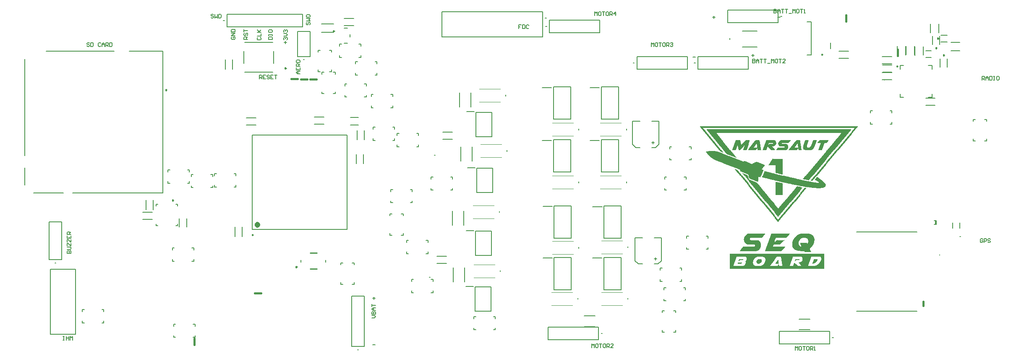
<source format=gto>
G04*
G04 #@! TF.GenerationSoftware,Altium Limited,Altium Designer,21.2.2 (38)*
G04*
G04 Layer_Color=65535*
%FSLAX25Y25*%
%MOIN*%
G70*
G04*
G04 #@! TF.SameCoordinates,5E26766D-3DBA-4CA4-B54A-4570E1BC07D3*
G04*
G04*
G04 #@! TF.FilePolarity,Positive*
G04*
G01*
G75*
%ADD10C,0.00787*%
%ADD11C,0.02362*%
%ADD12C,0.00984*%
%ADD13C,0.00394*%
%ADD14C,0.01575*%
%ADD15C,0.01000*%
%ADD16C,0.00700*%
G36*
X580556Y167780D02*
X580228D01*
Y166796D01*
X579900D01*
Y165812D01*
X579572D01*
Y165156D01*
X579244D01*
Y164172D01*
X578916D01*
Y163188D01*
X578588D01*
Y162204D01*
X578260D01*
Y161548D01*
X577932D01*
Y161220D01*
X575308D01*
Y162204D01*
X575636D01*
Y163188D01*
X575964D01*
Y164172D01*
X576292D01*
Y164828D01*
X575964D01*
Y164500D01*
X575636D01*
Y163844D01*
X575308D01*
Y163516D01*
X574980D01*
Y163188D01*
X574652D01*
Y162860D01*
X574324D01*
Y162532D01*
X573996D01*
Y162204D01*
X573668D01*
Y161876D01*
X573340D01*
Y161548D01*
X573012D01*
Y161220D01*
X571700D01*
Y162204D01*
X571372D01*
Y163844D01*
X571044D01*
Y164828D01*
X570716D01*
Y164172D01*
X570388D01*
Y163188D01*
X570060D01*
Y162204D01*
X569732D01*
Y161548D01*
X569404D01*
Y161220D01*
X566780D01*
Y162204D01*
X567108D01*
Y163188D01*
X567436D01*
Y163844D01*
X567764D01*
Y164828D01*
X568092D01*
Y165812D01*
X568420D01*
Y166796D01*
X568748D01*
Y167452D01*
X569076D01*
Y168436D01*
X569404D01*
Y169092D01*
X573012D01*
Y168108D01*
X573340D01*
Y166468D01*
X573668D01*
Y165484D01*
X573996D01*
Y165812D01*
X574324D01*
Y166140D01*
X574652D01*
Y166468D01*
X574980D01*
Y166796D01*
X575308D01*
Y167124D01*
X575636D01*
Y167452D01*
X575964D01*
Y167780D01*
X576292D01*
Y168108D01*
X576620D01*
Y168436D01*
X576948D01*
Y168764D01*
X577276D01*
Y169092D01*
X580556D01*
Y167780D01*
D02*
G37*
G36*
X633692Y168108D02*
X633364D01*
Y167124D01*
X633036D01*
Y166140D01*
X632708D01*
Y165484D01*
X632380D01*
Y164500D01*
X632052D01*
Y163844D01*
X631724D01*
Y163188D01*
X631396D01*
Y162532D01*
X631068D01*
Y162204D01*
X630740D01*
Y161876D01*
X630412D01*
Y161548D01*
X629756D01*
Y161220D01*
X624508D01*
Y161548D01*
X623524D01*
Y161876D01*
X623196D01*
Y163188D01*
X622868D01*
Y163516D01*
X623196D01*
Y165156D01*
X623524D01*
Y166140D01*
X623852D01*
Y167124D01*
X624180D01*
Y168108D01*
X624508D01*
Y168764D01*
X624836D01*
Y169092D01*
X627132D01*
Y168764D01*
X627460D01*
Y168436D01*
X627132D01*
Y167452D01*
X626804D01*
Y166468D01*
X626476D01*
Y165484D01*
X626148D01*
Y163516D01*
X626476D01*
Y163188D01*
X628116D01*
Y163516D01*
X628444D01*
Y163844D01*
X628772D01*
Y164172D01*
X629100D01*
Y164500D01*
X629428D01*
Y165484D01*
X629756D01*
Y166140D01*
X630084D01*
Y167124D01*
X630412D01*
Y168108D01*
X630740D01*
Y168764D01*
X631068D01*
Y169092D01*
X633692D01*
Y168108D01*
D02*
G37*
G36*
X643204Y168436D02*
X642876D01*
Y167780D01*
X642548D01*
Y167452D01*
X642220D01*
Y167124D01*
X641892D01*
Y166796D01*
X639924D01*
Y166468D01*
X639596D01*
Y165812D01*
X639268D01*
Y165484D01*
Y164828D01*
X638940D01*
Y163844D01*
X638612D01*
Y162860D01*
X638284D01*
Y162204D01*
X637956D01*
Y161220D01*
X635004D01*
Y161876D01*
X635332D01*
Y162860D01*
X635660D01*
Y163844D01*
X635988D01*
Y164828D01*
X636316D01*
Y165484D01*
X636644D01*
Y166468D01*
X636972D01*
Y166796D01*
X634348D01*
Y167452D01*
X634676D01*
Y167780D01*
X635004D01*
Y168108D01*
X635332D01*
Y168436D01*
X635660D01*
Y168764D01*
X635988D01*
Y169092D01*
X643204D01*
Y168436D01*
D02*
G37*
G36*
X620244Y168764D02*
X620572D01*
Y168436D01*
X620900D01*
Y166468D01*
X621228D01*
Y164500D01*
X621556D01*
Y162204D01*
X621884D01*
Y161220D01*
X619260D01*
Y161876D01*
X618932D01*
Y162532D01*
X618604D01*
Y161876D01*
X618276D01*
Y161548D01*
X617948D01*
Y161220D01*
X611388D01*
Y161548D01*
X611716D01*
Y161876D01*
X612044D01*
Y162532D01*
X612372D01*
Y162860D01*
X612700D01*
Y163188D01*
X613028D01*
Y163516D01*
X613356D01*
Y164172D01*
X613684D01*
Y164500D01*
X614012D01*
Y164828D01*
X614340D01*
Y165156D01*
X614668D01*
Y165812D01*
X614996D01*
Y166140D01*
X615324D01*
Y166468D01*
X615652D01*
Y167124D01*
X615980D01*
Y167452D01*
X616308D01*
Y167780D01*
X616636D01*
Y168108D01*
X616964D01*
Y168436D01*
X617292D01*
Y168764D01*
X617620D01*
Y169092D01*
X620244D01*
Y168764D01*
D02*
G37*
G36*
X613028Y168436D02*
X612700D01*
Y168108D01*
X612372D01*
Y167780D01*
X612044D01*
Y167452D01*
X611716D01*
Y167124D01*
X611388D01*
Y166796D01*
X606140D01*
Y166140D01*
X609748D01*
Y165812D01*
X610404D01*
Y165484D01*
X610732D01*
Y164828D01*
X611060D01*
Y162532D01*
X610732D01*
Y162204D01*
X610404D01*
Y161548D01*
X609748D01*
Y161220D01*
X601876D01*
Y161876D01*
X602204D01*
Y162204D01*
X602532D01*
Y162860D01*
X602860D01*
Y163188D01*
X608108D01*
Y163516D01*
X608436D01*
Y163844D01*
X608108D01*
Y164172D01*
X604172D01*
Y164500D01*
X603844D01*
Y165156D01*
X603516D01*
Y165812D01*
X603188D01*
Y166796D01*
X603516D01*
Y167452D01*
X603844D01*
Y167780D01*
X604172D01*
Y168436D01*
X604828D01*
Y168764D01*
X605156D01*
Y169092D01*
X613028D01*
Y168436D01*
D02*
G37*
G36*
X600564Y168764D02*
X601220D01*
Y168108D01*
X601548D01*
Y167780D01*
Y167124D01*
X601876D01*
Y166140D01*
X601548D01*
Y165484D01*
X601220D01*
Y165156D01*
X600892D01*
Y164828D01*
X600564D01*
Y164500D01*
X599580D01*
Y164172D01*
X598268D01*
Y163844D01*
X598596D01*
Y163516D01*
X598924D01*
Y163188D01*
X599252D01*
Y162860D01*
X599580D01*
Y162532D01*
X599908D01*
Y162204D01*
X600236D01*
Y161876D01*
X600564D01*
Y161220D01*
X597284D01*
Y161548D01*
X596956D01*
Y161876D01*
X596628D01*
Y162204D01*
X596300D01*
Y162532D01*
X595972D01*
Y162860D01*
X595644D01*
Y163188D01*
X595316D01*
Y163516D01*
X594988D01*
Y163844D01*
X594660D01*
Y163516D01*
X594332D01*
Y162532D01*
X594004D01*
Y161548D01*
X593676D01*
Y161220D01*
X590724D01*
Y161548D01*
X591052D01*
Y162532D01*
X591380D01*
Y163516D01*
X591708D01*
Y164172D01*
X592036D01*
Y165156D01*
X592364D01*
Y166140D01*
X592692D01*
Y166796D01*
X593020D01*
Y167780D01*
X593348D01*
Y168764D01*
X593676D01*
Y169092D01*
X600564D01*
Y168764D01*
D02*
G37*
G36*
X588100D02*
X588428D01*
Y167780D01*
X588756D01*
Y165812D01*
X589084D01*
Y163516D01*
X589412D01*
Y161548D01*
X589740D01*
Y161220D01*
X586788D01*
Y162532D01*
X586460D01*
Y162204D01*
X586132D01*
Y161876D01*
X585804D01*
Y161548D01*
X585476D01*
Y161220D01*
X579244D01*
Y161876D01*
X579572D01*
Y162204D01*
X579900D01*
Y162532D01*
X580228D01*
Y162860D01*
X580556D01*
Y163516D01*
X580884D01*
Y163844D01*
X581212D01*
Y164172D01*
X581540D01*
Y164500D01*
X581868D01*
Y165156D01*
X582196D01*
Y165484D01*
X582524D01*
Y165812D01*
X582852D01*
Y166468D01*
X583180D01*
Y166796D01*
X583508D01*
Y167124D01*
X583836D01*
Y167452D01*
X584164D01*
Y168108D01*
X584492D01*
Y168436D01*
X584820D01*
Y168764D01*
X585476D01*
Y169092D01*
X588100D01*
Y168764D01*
D02*
G37*
G36*
X598924Y154004D02*
X606796D01*
Y148756D01*
Y148428D01*
Y141868D01*
X605484D01*
Y142196D01*
X604172D01*
Y142524D01*
X603188D01*
Y142852D01*
X601548D01*
Y143180D01*
X601220D01*
Y149084D01*
X595316D01*
Y149412D01*
X595644D01*
Y149740D01*
X595972D01*
Y150396D01*
X596300D01*
Y150724D01*
X596628D01*
Y151380D01*
X596956D01*
Y152036D01*
X597284D01*
Y152364D01*
X597612D01*
Y153020D01*
X597940D01*
Y153348D01*
X598268D01*
Y154004D01*
X598596D01*
Y154332D01*
X598924D01*
Y154004D01*
D02*
G37*
G36*
X553332Y159908D02*
X554972D01*
Y159580D01*
X555956D01*
Y159252D01*
X556940D01*
Y158924D01*
X557924D01*
Y158596D01*
X558580D01*
Y158268D01*
X559564D01*
Y157940D01*
X560220D01*
Y157612D01*
X561204D01*
Y157284D01*
X561860D01*
Y156956D01*
X562844D01*
Y156628D01*
X563500D01*
Y156300D01*
X564812D01*
Y155972D01*
X565468D01*
Y155644D01*
X566452D01*
Y155316D01*
X567108D01*
Y154988D01*
X568092D01*
Y154660D01*
X569076D01*
Y154332D01*
X569732D01*
Y154004D01*
X570388D01*
Y153676D01*
X571372D01*
Y153348D01*
X572356D01*
Y153020D01*
X573012D01*
Y152692D01*
X573996D01*
Y152364D01*
X574652D01*
Y152036D01*
X575964D01*
Y152364D01*
X576948D01*
Y152036D01*
X577932D01*
Y151708D01*
X578588D01*
Y151380D01*
X579244D01*
Y151052D01*
X580556D01*
Y150724D01*
X580884D01*
Y150396D01*
X581868D01*
Y150068D01*
X582852D01*
Y150396D01*
X583180D01*
Y150724D01*
X584164D01*
Y151052D01*
X584492D01*
Y151380D01*
X585476D01*
Y151708D01*
X586788D01*
Y151380D01*
X587772D01*
Y151052D01*
X588428D01*
Y150724D01*
X589412D01*
Y150396D01*
X590068D01*
Y150068D01*
X591052D01*
Y149740D01*
X591708D01*
Y149412D01*
X592364D01*
Y148428D01*
X592036D01*
Y148100D01*
X591708D01*
Y147772D01*
X591380D01*
Y147444D01*
X591052D01*
Y146788D01*
X590724D01*
Y146460D01*
X590396D01*
Y146132D01*
X590068D01*
Y145804D01*
X590724D01*
Y145476D01*
X591380D01*
Y144492D01*
X591052D01*
Y143836D01*
X590724D01*
Y142852D01*
X590396D01*
Y142196D01*
X590068D01*
Y141212D01*
X589740D01*
Y140556D01*
X589412D01*
Y139900D01*
X589084D01*
Y139244D01*
X588756D01*
Y139572D01*
X587444D01*
Y136620D01*
X587116D01*
Y136292D01*
X587444D01*
Y135964D01*
X586132D01*
Y136292D01*
X585148D01*
Y136620D01*
X584492D01*
Y136948D01*
X583836D01*
Y137276D01*
X582852D01*
Y137604D01*
X581868D01*
Y137932D01*
X581212D01*
Y138260D01*
X580556D01*
Y138588D01*
X580228D01*
Y139244D01*
X579900D01*
Y140228D01*
X579572D01*
Y141212D01*
X579244D01*
Y141868D01*
X578916D01*
Y142196D01*
X577932D01*
Y142524D01*
X577276D01*
Y142852D01*
X576292D01*
Y143180D01*
X575636D01*
Y143508D01*
X574652D01*
Y143836D01*
X573996D01*
Y144164D01*
X573012D01*
Y145148D01*
X572684D01*
Y145804D01*
X571700D01*
Y146132D01*
X571044D01*
Y146460D01*
X570388D01*
Y146788D01*
X569404D01*
Y147116D01*
X568420D01*
Y147444D01*
X567764D01*
Y147772D01*
X566780D01*
Y148100D01*
X565796D01*
Y148428D01*
X564812D01*
Y148756D01*
X564156D01*
Y149084D01*
X563172D01*
Y149412D01*
X562188D01*
Y149740D01*
X561532D01*
Y150068D01*
X560548D01*
Y150396D01*
X559892D01*
Y150724D01*
X558908D01*
Y151052D01*
X558252D01*
Y151380D01*
X557268D01*
Y151708D01*
X556284D01*
Y152036D01*
X555300D01*
Y152364D01*
X554644D01*
Y152692D01*
X553660D01*
Y153020D01*
X553004D01*
Y153348D01*
X552348D01*
Y153676D01*
X551692D01*
Y154004D01*
X551364D01*
Y154332D01*
X550708D01*
Y154660D01*
X550380D01*
Y154988D01*
X549724D01*
Y155316D01*
X549396D01*
Y155644D01*
X549068D01*
Y155972D01*
X548740D01*
Y156300D01*
X548412D01*
Y156628D01*
X548084D01*
Y156956D01*
X547756D01*
Y157284D01*
X547428D01*
Y157612D01*
X547100D01*
Y157940D01*
X546772D01*
Y158596D01*
X546444D01*
Y158924D01*
X546116D01*
Y159252D01*
X545788D01*
Y159580D01*
X546116D01*
Y159908D01*
X547756D01*
Y160236D01*
X553332D01*
Y159908D01*
D02*
G37*
G36*
X660916Y176964D02*
X660588D01*
Y176308D01*
X660260D01*
Y175980D01*
X659932D01*
Y175652D01*
X659604D01*
Y175324D01*
X659276D01*
Y174996D01*
X658948D01*
Y174340D01*
X658620D01*
Y174012D01*
X658292D01*
Y173684D01*
X657964D01*
Y173356D01*
X657636D01*
Y173028D01*
X657308D01*
Y172372D01*
X656980D01*
Y172044D01*
X656652D01*
Y171716D01*
X656324D01*
Y171388D01*
X655996D01*
Y171060D01*
X655668D01*
Y170404D01*
X655340D01*
Y170076D01*
X655012D01*
Y169748D01*
X654684D01*
Y169420D01*
X654356D01*
Y169092D01*
X654028D01*
Y168764D01*
X653700D01*
Y168108D01*
X653372D01*
Y167780D01*
X653044D01*
Y167452D01*
X652716D01*
Y167124D01*
X652388D01*
Y166468D01*
X652060D01*
Y166140D01*
X651732D01*
Y165812D01*
X651404D01*
Y165484D01*
X651076D01*
Y165156D01*
X650748D01*
Y164500D01*
X650420D01*
Y164172D01*
X650092D01*
Y163844D01*
X649764D01*
Y163516D01*
X649436D01*
Y163188D01*
X649108D01*
Y162860D01*
X648780D01*
Y162204D01*
X648452D01*
Y161876D01*
X648124D01*
Y161548D01*
X647796D01*
Y161220D01*
X647468D01*
Y160892D01*
X647140D01*
Y160236D01*
X646812D01*
Y159908D01*
X646484D01*
Y159580D01*
X646156D01*
Y159252D01*
X645828D01*
Y158924D01*
X645500D01*
Y158268D01*
X645172D01*
Y157940D01*
X644844D01*
Y157612D01*
X644516D01*
Y157284D01*
X644188D01*
Y156956D01*
X643860D01*
Y156628D01*
X643532D01*
Y155972D01*
X643204D01*
Y155644D01*
X642876D01*
Y155316D01*
X642548D01*
Y154988D01*
X642220D01*
Y154332D01*
X641892D01*
Y154004D01*
X641564D01*
Y153676D01*
X641236D01*
Y153348D01*
X640908D01*
Y153020D01*
X640580D01*
Y152692D01*
X640252D01*
Y152036D01*
X639924D01*
Y151708D01*
X639596D01*
Y151380D01*
X639268D01*
Y150724D01*
X638612D01*
Y150068D01*
X638284D01*
Y149740D01*
X637956D01*
Y149412D01*
X637628D01*
Y149084D01*
X637300D01*
Y148756D01*
X636972D01*
Y148100D01*
X636644D01*
Y147772D01*
X636316D01*
Y147444D01*
X635988D01*
Y147116D01*
X635660D01*
Y146460D01*
X635332D01*
Y146132D01*
X635004D01*
Y145804D01*
X634676D01*
Y145476D01*
X634348D01*
Y145148D01*
X634020D01*
Y144820D01*
X633692D01*
Y144164D01*
X633364D01*
Y143836D01*
X633036D01*
Y143508D01*
X632708D01*
Y143180D01*
X632380D01*
Y142524D01*
X632052D01*
Y142196D01*
X631724D01*
Y141868D01*
X631396D01*
Y141540D01*
X631068D01*
Y141212D01*
X630740D01*
Y140556D01*
X630412D01*
Y140228D01*
X630084D01*
Y139900D01*
X629756D01*
Y139572D01*
X629428D01*
Y139244D01*
X629100D01*
Y138916D01*
X628772D01*
Y138260D01*
X628444D01*
Y137932D01*
X628116D01*
Y137604D01*
X627788D01*
Y137276D01*
X627460D01*
Y136948D01*
X626804D01*
Y137276D01*
X625492D01*
Y137604D01*
X623524D01*
Y137932D01*
X622868D01*
Y138260D01*
X623196D01*
Y138588D01*
X623524D01*
Y138916D01*
X623852D01*
Y139572D01*
X624180D01*
Y139900D01*
X624508D01*
Y140228D01*
X624836D01*
Y140556D01*
X625164D01*
Y140884D01*
X625492D01*
Y141540D01*
X625820D01*
Y141868D01*
X626148D01*
Y142196D01*
X626476D01*
Y142524D01*
X626804D01*
Y142852D01*
X627132D01*
Y143508D01*
X627460D01*
Y143836D01*
X627788D01*
Y144164D01*
X628116D01*
Y144492D01*
X628444D01*
Y144820D01*
X628772D01*
Y145476D01*
X629428D01*
Y146132D01*
X629756D01*
Y146460D01*
X630084D01*
Y146788D01*
X630412D01*
Y147116D01*
X630740D01*
Y147772D01*
X631068D01*
Y148100D01*
X631396D01*
Y148428D01*
X631724D01*
Y148756D01*
X632052D01*
Y149084D01*
X632380D01*
Y149740D01*
X632708D01*
Y150068D01*
X633036D01*
Y150396D01*
X633364D01*
Y150724D01*
X633692D01*
Y151052D01*
X634020D01*
Y151380D01*
X634348D01*
Y152036D01*
X634676D01*
Y152364D01*
X635004D01*
Y152692D01*
X635332D01*
Y153020D01*
X635660D01*
Y153676D01*
X635988D01*
Y154004D01*
X636316D01*
Y154332D01*
X636644D01*
Y154660D01*
X636972D01*
Y154988D01*
X637300D01*
Y155316D01*
X637628D01*
Y155972D01*
X637956D01*
Y156300D01*
X638284D01*
Y156628D01*
X638612D01*
Y156956D01*
X638940D01*
Y157284D01*
X639268D01*
Y157940D01*
X639596D01*
Y158268D01*
X639924D01*
Y158596D01*
X640252D01*
Y158924D01*
X640580D01*
Y159252D01*
X640908D01*
Y159908D01*
X641236D01*
Y160236D01*
X641564D01*
Y160564D01*
X641892D01*
Y160892D01*
X642220D01*
Y161220D01*
X642548D01*
Y161876D01*
X642876D01*
Y162204D01*
X643204D01*
Y162532D01*
X643532D01*
Y162860D01*
X643860D01*
Y163188D01*
X644188D01*
Y163844D01*
X644516D01*
Y164172D01*
X644844D01*
Y164500D01*
X645172D01*
Y164828D01*
X645500D01*
Y165156D01*
X645828D01*
Y165484D01*
X646156D01*
Y166140D01*
X646484D01*
Y166468D01*
X646812D01*
Y166796D01*
X647140D01*
Y167124D01*
X647468D01*
Y167780D01*
X647796D01*
Y168108D01*
X648124D01*
Y168436D01*
X648452D01*
Y168764D01*
X648780D01*
Y169420D01*
X649108D01*
Y169748D01*
X649436D01*
Y170076D01*
X649764D01*
Y170404D01*
X650092D01*
Y170732D01*
X650420D01*
Y171060D01*
X650748D01*
Y171388D01*
X651076D01*
Y172044D01*
X651404D01*
Y172372D01*
X651732D01*
Y172700D01*
X652060D01*
Y173028D01*
X652388D01*
Y173684D01*
X652716D01*
Y174012D01*
X653044D01*
Y174668D01*
X554316D01*
Y174012D01*
X554644D01*
Y173684D01*
X554972D01*
Y173356D01*
X555300D01*
Y172700D01*
X555628D01*
Y172372D01*
X555956D01*
Y172044D01*
X556284D01*
Y171716D01*
X556612D01*
Y171060D01*
X556940D01*
Y170732D01*
X557268D01*
Y170404D01*
X557596D01*
Y170076D01*
X557924D01*
Y169420D01*
X558252D01*
Y169092D01*
X558580D01*
Y168764D01*
X558908D01*
Y168436D01*
X559236D01*
Y168108D01*
X559564D01*
Y167452D01*
X560220D01*
Y166796D01*
X560548D01*
Y166468D01*
X560876D01*
Y166140D01*
X561204D01*
Y165484D01*
X561532D01*
Y165156D01*
X561860D01*
Y164828D01*
X562188D01*
Y164500D01*
X562516D01*
Y164172D01*
X562844D01*
Y163516D01*
X563172D01*
Y163188D01*
X563500D01*
Y162860D01*
X563828D01*
Y162532D01*
X564156D01*
Y161876D01*
X564484D01*
Y161548D01*
X564812D01*
Y161220D01*
X565140D01*
Y160892D01*
X565468D01*
Y160564D01*
X565796D01*
Y159908D01*
X566124D01*
Y159580D01*
X566452D01*
Y159252D01*
X566780D01*
Y158924D01*
X567108D01*
Y158268D01*
X567764D01*
Y157612D01*
X568092D01*
Y157284D01*
X568420D01*
Y156956D01*
X568748D01*
Y156300D01*
X569076D01*
Y155972D01*
X569404D01*
Y155644D01*
X569732D01*
Y155316D01*
X570060D01*
Y154988D01*
X569404D01*
Y155316D01*
X568420D01*
Y155644D01*
X567764D01*
Y155972D01*
X566780D01*
Y156300D01*
X565796D01*
Y156628D01*
X565140D01*
Y156956D01*
X564156D01*
Y157284D01*
X563172D01*
Y157612D01*
X562516D01*
Y157940D01*
X562188D01*
Y158268D01*
X561860D01*
Y158596D01*
X561532D01*
Y158924D01*
X561204D01*
Y159252D01*
X560876D01*
Y159908D01*
X560548D01*
Y160236D01*
X560220D01*
Y160564D01*
X559892D01*
Y160892D01*
X559564D01*
Y161220D01*
X559236D01*
Y161876D01*
X558908D01*
Y162204D01*
X558580D01*
Y162532D01*
X558252D01*
Y163188D01*
X557924D01*
Y163516D01*
X557596D01*
Y163844D01*
X557268D01*
Y164172D01*
X556940D01*
Y164500D01*
X556612D01*
Y164828D01*
X556284D01*
Y165156D01*
X555956D01*
Y165812D01*
X555628D01*
Y166140D01*
X555300D01*
Y166468D01*
X554972D01*
Y166796D01*
X554644D01*
Y167452D01*
X554316D01*
Y167780D01*
X553988D01*
Y168108D01*
X553660D01*
Y168436D01*
X553332D01*
Y169092D01*
X553004D01*
Y169420D01*
X552676D01*
Y169748D01*
X552348D01*
Y170076D01*
X552020D01*
Y170404D01*
X551692D01*
Y171060D01*
X551364D01*
Y171388D01*
X551036D01*
Y171716D01*
X550708D01*
Y172044D01*
X550380D01*
Y172372D01*
X550052D01*
Y173028D01*
X549724D01*
Y173356D01*
X549396D01*
Y173684D01*
X549068D01*
Y174012D01*
X548740D01*
Y174668D01*
X548412D01*
Y174996D01*
X548084D01*
Y175324D01*
X547756D01*
Y175652D01*
X547428D01*
Y176308D01*
X546772D01*
Y176964D01*
X546444D01*
Y177620D01*
X660916D01*
Y176964D01*
D02*
G37*
G36*
X666492Y179260D02*
X666164D01*
Y178932D01*
X665836D01*
Y178604D01*
X665508D01*
Y178276D01*
X665180D01*
Y177948D01*
X664852D01*
Y177620D01*
X664524D01*
Y176964D01*
X664196D01*
Y176636D01*
X663868D01*
Y176308D01*
X663540D01*
Y175980D01*
X663212D01*
Y175652D01*
X662884D01*
Y174996D01*
X662556D01*
Y174668D01*
X662228D01*
Y174340D01*
X661900D01*
Y174012D01*
X661572D01*
Y173684D01*
X661244D01*
Y173028D01*
X660916D01*
Y172700D01*
X660588D01*
Y172372D01*
X660260D01*
Y172044D01*
X659932D01*
Y171716D01*
X659604D01*
Y171388D01*
Y171060D01*
X659276D01*
Y170732D01*
X658948D01*
Y170404D01*
X658620D01*
Y170076D01*
X658292D01*
Y169748D01*
X657964D01*
Y169092D01*
X657636D01*
Y168764D01*
X657308D01*
Y168436D01*
X656980D01*
Y168108D01*
X656652D01*
Y167780D01*
X656324D01*
Y167124D01*
X655996D01*
Y166796D01*
X655668D01*
Y166468D01*
X655340D01*
Y166140D01*
X655012D01*
Y165812D01*
X654684D01*
Y165484D01*
X654356D01*
Y164828D01*
X654028D01*
Y164500D01*
X653700D01*
Y164172D01*
X653372D01*
Y163844D01*
X653044D01*
Y163516D01*
X652716D01*
Y162860D01*
X652388D01*
Y162532D01*
X652060D01*
Y162204D01*
X651732D01*
Y161876D01*
X651404D01*
Y161220D01*
X651076D01*
Y160892D01*
X650420D01*
Y160236D01*
X650092D01*
Y159908D01*
X649764D01*
Y159580D01*
X649436D01*
Y158924D01*
X649108D01*
Y158596D01*
X648780D01*
Y158268D01*
X648452D01*
Y157940D01*
X648124D01*
Y157612D01*
X647796D01*
Y156956D01*
X647468D01*
Y156628D01*
X647140D01*
Y156300D01*
X646812D01*
Y155972D01*
X646484D01*
Y155644D01*
X646156D01*
Y154988D01*
X645828D01*
Y154660D01*
X645500D01*
Y154332D01*
X645172D01*
Y154004D01*
X644844D01*
Y153676D01*
X644516D01*
Y153020D01*
X644188D01*
Y152692D01*
X643860D01*
Y152364D01*
X643532D01*
Y152036D01*
X643204D01*
Y151708D01*
X642876D01*
Y151380D01*
X642548D01*
Y150724D01*
X642220D01*
Y150396D01*
X641892D01*
Y150068D01*
X641564D01*
Y149412D01*
X640908D01*
Y148756D01*
X640580D01*
Y148428D01*
X640252D01*
Y148100D01*
X639924D01*
Y147772D01*
X639596D01*
Y147444D01*
X639268D01*
Y146788D01*
X638940D01*
Y146460D01*
X638612D01*
Y146132D01*
X638284D01*
Y145804D01*
X637956D01*
Y145476D01*
X637628D01*
Y145148D01*
X637300D01*
Y144492D01*
X636972D01*
Y144164D01*
X636644D01*
Y143836D01*
X636316D01*
Y143508D01*
X635988D01*
Y142852D01*
X635660D01*
Y142524D01*
X635332D01*
Y142196D01*
X635004D01*
Y141868D01*
X634676D01*
Y141540D01*
X634348D01*
Y140884D01*
X634020D01*
Y140556D01*
X633692D01*
Y140228D01*
X633364D01*
Y139900D01*
X633036D01*
Y139572D01*
X632708D01*
Y139244D01*
X632380D01*
Y138588D01*
X632052D01*
Y138260D01*
X631724D01*
Y137932D01*
X631396D01*
Y137604D01*
X631068D01*
Y137276D01*
X630740D01*
Y136620D01*
X629100D01*
Y137276D01*
X629428D01*
Y137604D01*
X629756D01*
Y137932D01*
X630084D01*
Y138260D01*
X630412D01*
Y138588D01*
X630740D01*
Y139244D01*
X631068D01*
Y139572D01*
X631396D01*
Y139900D01*
X631724D01*
Y140228D01*
X632052D01*
Y140556D01*
X632380D01*
Y141212D01*
X632708D01*
Y141540D01*
X633036D01*
Y141868D01*
X633364D01*
Y142196D01*
X633692D01*
Y142524D01*
X634020D01*
Y143180D01*
X634348D01*
Y143508D01*
X634676D01*
Y143836D01*
X635004D01*
Y144164D01*
X635332D01*
Y144492D01*
X635660D01*
Y145148D01*
X635988D01*
Y145476D01*
X636316D01*
Y145804D01*
X636644D01*
Y146132D01*
X636972D01*
Y146460D01*
X637300D01*
Y147116D01*
X637628D01*
Y147444D01*
X637956D01*
Y147772D01*
X638284D01*
Y148100D01*
X638612D01*
Y148428D01*
X638940D01*
Y148756D01*
X639268D01*
Y149412D01*
X639596D01*
Y149740D01*
X639924D01*
Y150068D01*
X640252D01*
Y150396D01*
X640580D01*
Y150724D01*
X640908D01*
Y151052D01*
X641236D01*
Y151380D01*
X641564D01*
Y152036D01*
X641892D01*
Y152364D01*
X642220D01*
Y152692D01*
X642548D01*
Y153348D01*
X642876D01*
Y153676D01*
X643204D01*
Y154004D01*
X643532D01*
Y154332D01*
X643860D01*
Y154660D01*
X644188D01*
Y154988D01*
X644516D01*
Y155316D01*
X644844D01*
Y155972D01*
X645172D01*
Y156300D01*
X645500D01*
Y156628D01*
X645828D01*
Y156956D01*
X646156D01*
Y157284D01*
X646484D01*
Y157940D01*
X646812D01*
Y158268D01*
X647140D01*
Y158596D01*
X647468D01*
Y158924D01*
X647796D01*
Y159580D01*
X648124D01*
Y159908D01*
X648452D01*
Y160236D01*
X648780D01*
Y160564D01*
X649108D01*
Y160892D01*
X649436D01*
Y161548D01*
X649764D01*
Y161876D01*
X650092D01*
Y162204D01*
X650420D01*
Y162532D01*
X650748D01*
Y162860D01*
X651076D01*
Y163516D01*
X651404D01*
Y163844D01*
X651732D01*
Y164172D01*
X652060D01*
Y164500D01*
X652388D01*
Y164828D01*
X652716D01*
Y165484D01*
X653044D01*
Y165812D01*
X653372D01*
Y166140D01*
X653700D01*
Y166468D01*
X654028D01*
Y166796D01*
X654356D01*
Y167124D01*
X654684D01*
Y167780D01*
X655012D01*
Y168108D01*
X655340D01*
Y168436D01*
X655668D01*
Y168764D01*
X655996D01*
Y169420D01*
X656324D01*
Y169748D01*
X656652D01*
Y170076D01*
X656980D01*
Y170404D01*
X657308D01*
Y170732D01*
X657636D01*
Y171388D01*
X657964D01*
Y171716D01*
X658292D01*
Y172044D01*
X658620D01*
Y172372D01*
X658948D01*
Y172700D01*
X659276D01*
Y173028D01*
X659604D01*
Y173684D01*
X659932D01*
Y174012D01*
X660260D01*
Y174340D01*
X660588D01*
Y174668D01*
X660916D01*
Y174996D01*
X661244D01*
Y175652D01*
X661572D01*
Y175980D01*
X661900D01*
Y176308D01*
X662228D01*
Y176636D01*
X662556D01*
Y176964D01*
X662884D01*
Y177292D01*
X663212D01*
Y177620D01*
X663540D01*
Y178276D01*
X663868D01*
Y178604D01*
X543492D01*
Y178276D01*
X543820D01*
Y177948D01*
X544148D01*
Y177620D01*
X544476D01*
Y177292D01*
X544804D01*
Y176964D01*
X545132D01*
Y176636D01*
X545460D01*
Y175980D01*
X545788D01*
Y175652D01*
X546116D01*
Y175324D01*
X546444D01*
Y174668D01*
X546772D01*
Y174340D01*
X547100D01*
Y174012D01*
X547428D01*
Y173684D01*
X547756D01*
Y173356D01*
X548084D01*
Y172700D01*
X548412D01*
Y172372D01*
X548740D01*
Y172044D01*
X549068D01*
Y171716D01*
X549396D01*
Y171388D01*
X549724D01*
Y170732D01*
X550052D01*
Y170404D01*
X550380D01*
Y170076D01*
X550708D01*
Y169748D01*
X551036D01*
Y169092D01*
X551364D01*
Y168764D01*
X551692D01*
Y168436D01*
X552020D01*
Y168108D01*
X552348D01*
Y167780D01*
X552676D01*
Y167452D01*
X553004D01*
Y166796D01*
X553332D01*
Y166468D01*
X553660D01*
Y166140D01*
X553988D01*
Y165484D01*
X554316D01*
Y165156D01*
X554644D01*
Y164828D01*
X554972D01*
Y164500D01*
X555300D01*
Y163844D01*
X555956D01*
Y163188D01*
X556284D01*
Y162860D01*
X556612D01*
Y162532D01*
X556940D01*
Y161876D01*
X557268D01*
Y161548D01*
X557596D01*
Y161220D01*
X557924D01*
Y160892D01*
X558252D01*
Y160564D01*
X558580D01*
Y159908D01*
X558908D01*
Y159580D01*
X559236D01*
Y159252D01*
X559564D01*
Y158924D01*
X558908D01*
Y159252D01*
X558252D01*
Y159580D01*
X557596D01*
Y159908D01*
X556940D01*
Y160236D01*
X556612D01*
Y160892D01*
X556284D01*
Y161220D01*
X555956D01*
Y161548D01*
X555628D01*
Y162204D01*
X555300D01*
Y162532D01*
X554972D01*
Y162860D01*
X554644D01*
Y163188D01*
X554316D01*
Y163844D01*
X553660D01*
Y164500D01*
X553332D01*
Y164828D01*
X553004D01*
Y165156D01*
X552676D01*
Y165812D01*
X552348D01*
Y166140D01*
X552020D01*
Y166468D01*
X551692D01*
Y166796D01*
X551364D01*
Y167124D01*
X551036D01*
Y167780D01*
X550708D01*
Y168108D01*
X550380D01*
Y168436D01*
X550052D01*
Y169092D01*
X549396D01*
Y169748D01*
X549068D01*
Y170076D01*
X548740D01*
Y170404D01*
X548412D01*
Y170732D01*
X548084D01*
Y171388D01*
X547756D01*
Y171716D01*
X547428D01*
Y172044D01*
X547100D01*
Y172372D01*
X546772D01*
Y173028D01*
X546444D01*
Y173356D01*
X546116D01*
Y173684D01*
X545788D01*
Y174012D01*
X545460D01*
Y174340D01*
X545132D01*
Y174996D01*
X544804D01*
Y175324D01*
X544476D01*
Y175652D01*
X544148D01*
Y175980D01*
X543820D01*
Y176308D01*
X543492D01*
Y176964D01*
X543164D01*
Y177292D01*
X542836D01*
Y177620D01*
X542508D01*
Y177948D01*
X542180D01*
Y178276D01*
X541852D01*
Y178932D01*
X541524D01*
Y179260D01*
X541196D01*
Y179916D01*
X666492D01*
Y179260D01*
D02*
G37*
G36*
X593020Y144164D02*
X594332D01*
Y143836D01*
X595644D01*
Y143508D01*
X596956D01*
Y143180D01*
X597940D01*
Y142852D01*
X599580D01*
Y142524D01*
X600892D01*
Y142196D01*
X602204D01*
Y141868D01*
X603188D01*
Y141540D01*
X604828D01*
Y141212D01*
X606140D01*
Y140884D01*
X607452D01*
Y140556D01*
X608436D01*
Y140228D01*
X609748D01*
Y139900D01*
X611388D01*
Y139572D01*
X612372D01*
Y139244D01*
X614012D01*
Y138916D01*
X615652D01*
Y138588D01*
X616964D01*
Y138260D01*
X617948D01*
Y137932D01*
X619588D01*
Y137604D01*
X621228D01*
Y137276D01*
X622540D01*
Y136948D01*
X624180D01*
Y136620D01*
X625820D01*
Y136292D01*
X627788D01*
Y135964D01*
X629428D01*
Y135636D01*
X630740D01*
Y135308D01*
X631068D01*
Y135636D01*
X631396D01*
Y135308D01*
X633364D01*
Y134980D01*
X635332D01*
Y135636D01*
X635004D01*
Y135964D01*
X634348D01*
Y136292D01*
X634020D01*
Y136620D01*
X633364D01*
Y136948D01*
X632708D01*
Y137276D01*
X632380D01*
Y137932D01*
X632708D01*
Y138260D01*
X633036D01*
Y138588D01*
X633364D01*
Y139244D01*
X633692D01*
Y139572D01*
X634348D01*
Y139244D01*
X635004D01*
Y138916D01*
X635332D01*
Y138588D01*
X635660D01*
Y138260D01*
X636316D01*
Y137932D01*
X636644D01*
Y137604D01*
X636972D01*
Y137276D01*
X637628D01*
Y136948D01*
X637956D01*
Y136620D01*
X638284D01*
Y136292D01*
X638612D01*
Y135964D01*
X638940D01*
Y135636D01*
X639268D01*
Y135308D01*
X639596D01*
Y134980D01*
X639924D01*
Y134652D01*
X640252D01*
Y134324D01*
X640580D01*
Y133668D01*
X640908D01*
Y133012D01*
X640580D01*
Y132028D01*
X640252D01*
Y131700D01*
X639596D01*
Y131372D01*
X638940D01*
Y131044D01*
X636972D01*
Y130716D01*
X633364D01*
Y131044D01*
X629756D01*
Y131372D01*
X627788D01*
Y131700D01*
X627460D01*
Y131372D01*
X627132D01*
Y131700D01*
X626476D01*
Y131372D01*
X626148D01*
Y131700D01*
X624508D01*
Y132028D01*
X623196D01*
Y132356D01*
X620900D01*
Y132684D01*
X619588D01*
Y133012D01*
X619260D01*
Y132684D01*
X618932D01*
Y133012D01*
X617620D01*
Y133340D01*
X615652D01*
Y133668D01*
X614012D01*
Y133996D01*
X613028D01*
Y134324D01*
X611060D01*
Y134652D01*
X609748D01*
Y134980D01*
X608108D01*
Y135308D01*
X606468D01*
Y135636D01*
X605156D01*
Y135964D01*
X603844D01*
Y136292D01*
X602532D01*
Y136620D01*
X600892D01*
Y136948D01*
X599580D01*
Y137276D01*
X597940D01*
Y137604D01*
X596628D01*
Y137932D01*
X595316D01*
Y138260D01*
X594332D01*
Y138588D01*
X592692D01*
Y138916D01*
X591380D01*
Y139244D01*
X590396D01*
Y140228D01*
X590724D01*
Y140884D01*
X591052D01*
Y141540D01*
X591380D01*
Y142524D01*
X591708D01*
Y143180D01*
X592036D01*
Y144164D01*
X592364D01*
Y144492D01*
X593020D01*
Y144164D01*
D02*
G37*
G36*
X602860Y135308D02*
X604500D01*
Y134980D01*
X606140D01*
Y134652D01*
X606796D01*
Y125468D01*
X601220D01*
Y134980D01*
Y135308D01*
Y135636D01*
X602860D01*
Y135308D01*
D02*
G37*
G36*
X575308Y142524D02*
X575964D01*
Y142196D01*
X576948D01*
Y141868D01*
X577604D01*
Y141540D01*
X578588D01*
Y140884D01*
X578916D01*
Y140228D01*
X579244D01*
Y138916D01*
X579572D01*
Y138588D01*
X579900D01*
Y137932D01*
X580228D01*
Y137604D01*
X580556D01*
Y137276D01*
X581540D01*
Y136948D01*
X582196D01*
Y136620D01*
X583180D01*
Y136292D01*
X583836D01*
Y135964D01*
X584820D01*
Y135636D01*
X585476D01*
Y135308D01*
X586132D01*
Y134980D01*
X586460D01*
Y134652D01*
X586788D01*
Y134324D01*
X587116D01*
Y133996D01*
X587444D01*
Y133668D01*
X587772D01*
Y133340D01*
X588100D01*
Y133012D01*
X588428D01*
Y132356D01*
X588756D01*
Y132028D01*
X589084D01*
Y131700D01*
X589412D01*
Y131372D01*
X589740D01*
Y130716D01*
X590068D01*
Y130388D01*
X590396D01*
Y130060D01*
X590724D01*
Y129404D01*
X591052D01*
Y129076D01*
X591380D01*
Y128748D01*
X591708D01*
Y128420D01*
X592036D01*
Y128092D01*
X592364D01*
Y127764D01*
X592692D01*
Y127108D01*
X593020D01*
Y126780D01*
X593348D01*
Y126452D01*
X593676D01*
Y126124D01*
X594004D01*
Y125796D01*
X594332D01*
Y125140D01*
X594660D01*
Y124812D01*
X594988D01*
Y124484D01*
X595316D01*
Y123828D01*
X595644D01*
Y123500D01*
X595972D01*
Y123172D01*
X596300D01*
Y122844D01*
X596628D01*
Y122516D01*
X596956D01*
Y121860D01*
X597284D01*
Y121532D01*
X597612D01*
Y121204D01*
X597940D01*
Y120876D01*
X598268D01*
Y120548D01*
X598596D01*
Y119892D01*
X598924D01*
Y119564D01*
X599252D01*
Y119236D01*
X599580D01*
Y118908D01*
X599908D01*
Y118252D01*
X600236D01*
Y117924D01*
X600564D01*
Y117596D01*
X600892D01*
Y117268D01*
X601220D01*
Y116612D01*
X601876D01*
Y115956D01*
X602204D01*
Y115628D01*
X602532D01*
Y115300D01*
X602860D01*
Y114972D01*
X603188D01*
Y114644D01*
X603516D01*
Y114972D01*
X603844D01*
Y115300D01*
X604172D01*
Y115956D01*
X604500D01*
Y116284D01*
X604828D01*
Y116612D01*
X605156D01*
Y116940D01*
X605484D01*
Y117268D01*
X605812D01*
Y117924D01*
X606140D01*
Y118252D01*
X606468D01*
Y118580D01*
X606796D01*
Y118908D01*
X607124D01*
Y119236D01*
X607452D01*
Y119892D01*
X607780D01*
Y120220D01*
X608108D01*
Y120548D01*
X608436D01*
Y121204D01*
X608764D01*
Y121532D01*
X609092D01*
Y121860D01*
X609420D01*
Y122188D01*
X609748D01*
Y122516D01*
X610076D01*
Y122844D01*
X610404D01*
Y123172D01*
X610732D01*
Y123828D01*
X611060D01*
Y124156D01*
X611388D01*
Y124484D01*
X611716D01*
Y124812D01*
X612044D01*
Y125468D01*
X612372D01*
Y125796D01*
X612700D01*
Y126124D01*
X613028D01*
Y126452D01*
X613356D01*
Y126780D01*
X613684D01*
Y127108D01*
X614012D01*
Y127436D01*
X614340D01*
Y128092D01*
X614668D01*
Y128420D01*
X614996D01*
Y128748D01*
X615324D01*
Y129076D01*
X615652D01*
Y129404D01*
X615980D01*
Y130060D01*
X616308D01*
Y130388D01*
X616636D01*
Y130716D01*
X616964D01*
Y131372D01*
X617292D01*
Y131700D01*
X617620D01*
Y132028D01*
X617948D01*
Y132356D01*
X618604D01*
Y132028D01*
X620572D01*
Y131700D01*
X621556D01*
Y131372D01*
X622540D01*
Y131044D01*
X622212D01*
Y130716D01*
X621884D01*
Y130060D01*
X621556D01*
Y129732D01*
X621228D01*
Y129404D01*
X620900D01*
Y129076D01*
X620572D01*
Y128748D01*
X620244D01*
Y128092D01*
X619916D01*
Y127764D01*
X619588D01*
Y127436D01*
X619260D01*
Y127108D01*
X618932D01*
Y126452D01*
X618604D01*
Y126124D01*
X618276D01*
Y125796D01*
X617948D01*
Y125468D01*
X617620D01*
Y125140D01*
X617292D01*
Y124484D01*
X616636D01*
Y123828D01*
X616308D01*
Y123500D01*
X615980D01*
Y123172D01*
X615652D01*
Y122844D01*
X615324D01*
Y122188D01*
X614996D01*
Y121860D01*
X614668D01*
Y121532D01*
X614340D01*
Y121204D01*
X614012D01*
Y120876D01*
X613684D01*
Y120220D01*
X613356D01*
Y119892D01*
X613028D01*
Y119564D01*
X612700D01*
Y119236D01*
X612372D01*
Y118908D01*
X612044D01*
Y118580D01*
X611716D01*
Y117924D01*
X611388D01*
Y117596D01*
X611060D01*
Y117268D01*
X610732D01*
Y116940D01*
X610404D01*
Y116284D01*
X610076D01*
Y115956D01*
X609748D01*
Y115628D01*
X609420D01*
Y115300D01*
X609092D01*
Y114972D01*
X608764D01*
Y114644D01*
X608436D01*
Y113988D01*
X608108D01*
Y113660D01*
X607780D01*
Y113332D01*
X607452D01*
Y113004D01*
X607124D01*
Y112348D01*
X606796D01*
Y112020D01*
X606468D01*
Y111692D01*
X606140D01*
Y111364D01*
X605812D01*
Y111036D01*
X605484D01*
Y110708D01*
X605156D01*
Y110052D01*
X604828D01*
Y109724D01*
X604500D01*
Y109396D01*
X604172D01*
Y109068D01*
X603844D01*
Y108740D01*
X603516D01*
Y108084D01*
X602860D01*
Y108740D01*
X602532D01*
Y109068D01*
X602204D01*
Y109396D01*
X601876D01*
Y109724D01*
X601548D01*
Y110052D01*
X601220D01*
Y110708D01*
X600892D01*
Y111036D01*
X600564D01*
Y111364D01*
X600236D01*
Y111692D01*
X599908D01*
Y112348D01*
X599580D01*
Y112676D01*
X599252D01*
Y113004D01*
X598924D01*
Y113332D01*
X598596D01*
Y113660D01*
X598268D01*
Y114316D01*
X597940D01*
Y114644D01*
X597612D01*
Y114972D01*
X597284D01*
Y115300D01*
X596956D01*
Y115628D01*
X596628D01*
Y115956D01*
X596300D01*
Y116612D01*
X595972D01*
Y116940D01*
X595644D01*
Y117268D01*
X595316D01*
Y117924D01*
X594988D01*
Y118252D01*
X594660D01*
Y118580D01*
X594332D01*
Y118908D01*
X594004D01*
Y119236D01*
X593676D01*
Y119892D01*
X593348D01*
Y120220D01*
X593020D01*
Y120548D01*
X592692D01*
Y120876D01*
X592364D01*
Y121204D01*
X592036D01*
Y121860D01*
X591708D01*
Y122188D01*
X591380D01*
Y122516D01*
X591052D01*
Y122844D01*
X590724D01*
Y123500D01*
X590396D01*
Y123828D01*
X590068D01*
Y124156D01*
X589740D01*
Y124484D01*
X589412D01*
Y124812D01*
X589084D01*
Y125468D01*
X588756D01*
Y125796D01*
X588428D01*
Y126124D01*
X588100D01*
Y126452D01*
X587772D01*
Y127108D01*
X587444D01*
Y127436D01*
X587116D01*
Y127764D01*
X586788D01*
Y128092D01*
X586460D01*
Y128748D01*
X586132D01*
Y129076D01*
X585804D01*
Y129404D01*
X585476D01*
Y129732D01*
X585148D01*
Y130060D01*
X584820D01*
Y130716D01*
X584492D01*
Y131044D01*
X584164D01*
Y131372D01*
X583836D01*
Y131700D01*
X583508D01*
Y132356D01*
X583180D01*
Y132684D01*
X582852D01*
Y133012D01*
X582524D01*
Y133340D01*
X582196D01*
Y133668D01*
X581868D01*
Y133996D01*
X581540D01*
Y134652D01*
X581212D01*
Y134980D01*
X580884D01*
Y135308D01*
X580556D01*
Y135636D01*
X580228D01*
Y136292D01*
X579900D01*
Y136620D01*
X579572D01*
Y136948D01*
X579244D01*
Y137276D01*
X578916D01*
Y137604D01*
X578588D01*
Y138260D01*
X578260D01*
Y138588D01*
X577932D01*
Y138916D01*
X577604D01*
Y139244D01*
X577276D01*
Y139900D01*
X576948D01*
Y140228D01*
X576620D01*
Y140556D01*
X576292D01*
Y140884D01*
X575964D01*
Y141212D01*
X575636D01*
Y141868D01*
X575308D01*
Y142196D01*
X574980D01*
Y142524D01*
X574652D01*
Y142852D01*
X575308D01*
Y142524D01*
D02*
G37*
G36*
X569404Y145804D02*
X570060D01*
Y145476D01*
X570716D01*
Y145148D01*
X571044D01*
Y144820D01*
X571372D01*
Y144492D01*
X571700D01*
Y144164D01*
X572028D01*
Y143508D01*
X572356D01*
Y143180D01*
X572684D01*
Y142852D01*
X573012D01*
Y142524D01*
X573340D01*
Y142196D01*
X573668D01*
Y141540D01*
X573996D01*
Y141212D01*
X574324D01*
Y140884D01*
X574652D01*
Y140556D01*
X574980D01*
Y139900D01*
X575308D01*
Y139572D01*
X575636D01*
Y139244D01*
X575964D01*
Y138916D01*
X576292D01*
Y138588D01*
X576620D01*
Y137932D01*
X576948D01*
Y137604D01*
X577276D01*
Y137276D01*
X577604D01*
Y136948D01*
X577932D01*
Y136292D01*
X578588D01*
Y135636D01*
X578916D01*
Y135308D01*
X579244D01*
Y134980D01*
X579572D01*
Y134324D01*
X579900D01*
Y133996D01*
X580228D01*
Y133668D01*
X580556D01*
Y133340D01*
X580884D01*
Y132684D01*
X581212D01*
Y132356D01*
X581540D01*
Y132028D01*
X581868D01*
Y131700D01*
X582196D01*
Y131372D01*
X582524D01*
Y130716D01*
X582852D01*
Y130388D01*
X583180D01*
Y130060D01*
X583508D01*
Y129732D01*
X583836D01*
Y129076D01*
X584164D01*
Y128748D01*
X584492D01*
Y128420D01*
X584820D01*
Y128092D01*
X585148D01*
Y127764D01*
X585476D01*
Y127108D01*
X585804D01*
Y126780D01*
X586132D01*
Y126452D01*
X586460D01*
Y126124D01*
X586788D01*
Y125796D01*
X587116D01*
Y125140D01*
X587444D01*
Y124812D01*
X587772D01*
Y124484D01*
X588100D01*
Y124156D01*
X588428D01*
Y123500D01*
X588756D01*
Y123172D01*
X589084D01*
Y122844D01*
X589412D01*
Y122516D01*
X589740D01*
Y122188D01*
X590068D01*
Y121532D01*
X590396D01*
Y121204D01*
X590724D01*
Y120876D01*
X591052D01*
Y120548D01*
X591380D01*
Y120220D01*
X591708D01*
Y119564D01*
X592036D01*
Y119236D01*
X592364D01*
Y118908D01*
X592692D01*
Y118252D01*
X593020D01*
Y117924D01*
X593348D01*
Y117596D01*
X593676D01*
Y117268D01*
X594004D01*
Y116940D01*
X594332D01*
Y116612D01*
X594660D01*
Y115956D01*
X594988D01*
Y115628D01*
X595316D01*
Y115300D01*
X595644D01*
Y114972D01*
X595972D01*
Y114644D01*
X596300D01*
Y113988D01*
X596628D01*
Y113660D01*
X596956D01*
Y113332D01*
X597284D01*
Y113004D01*
X597612D01*
Y112348D01*
X597940D01*
Y112020D01*
X598268D01*
Y111692D01*
X598596D01*
Y111036D01*
X599252D01*
Y110380D01*
X599580D01*
Y110052D01*
X599908D01*
Y109724D01*
X600236D01*
Y109068D01*
X600564D01*
Y108740D01*
X600892D01*
Y108412D01*
X601220D01*
Y108084D01*
X601548D01*
Y107756D01*
X601876D01*
Y107100D01*
X602204D01*
Y106772D01*
X602532D01*
Y106444D01*
X602860D01*
Y106116D01*
X603516D01*
Y106444D01*
X603844D01*
Y106772D01*
X604172D01*
Y107428D01*
X604500D01*
Y107756D01*
X604828D01*
Y108084D01*
X605156D01*
Y108412D01*
X605484D01*
Y109068D01*
X605812D01*
Y109396D01*
X606140D01*
Y109724D01*
X606468D01*
Y110052D01*
X606796D01*
Y110380D01*
X607124D01*
Y110708D01*
X607452D01*
Y111364D01*
X607780D01*
Y111692D01*
X608108D01*
Y112020D01*
X608436D01*
Y112348D01*
X608764D01*
Y112676D01*
X609092D01*
Y113332D01*
X609420D01*
Y113660D01*
X609748D01*
Y113988D01*
X610076D01*
Y114316D01*
X610404D01*
Y114644D01*
X610732D01*
Y115300D01*
X611060D01*
Y115628D01*
X611388D01*
Y115956D01*
X611716D01*
Y116284D01*
X612044D01*
Y116612D01*
X612372D01*
Y117268D01*
X612700D01*
Y117596D01*
X613028D01*
Y117924D01*
X613356D01*
Y118252D01*
X613684D01*
Y118580D01*
X614012D01*
Y119236D01*
X614340D01*
Y119564D01*
X614668D01*
Y119892D01*
X614996D01*
Y120220D01*
X615324D01*
Y120548D01*
X615652D01*
Y121204D01*
X615980D01*
Y121532D01*
X616308D01*
Y121860D01*
X616636D01*
Y122188D01*
X616964D01*
Y122516D01*
X617292D01*
Y122844D01*
X617620D01*
Y123500D01*
X617948D01*
Y123828D01*
X618276D01*
Y124156D01*
X618604D01*
Y124484D01*
X618932D01*
Y124812D01*
X619260D01*
Y125468D01*
X619588D01*
Y125796D01*
X619916D01*
Y126124D01*
X620244D01*
Y126452D01*
X620572D01*
Y126780D01*
X620900D01*
Y127436D01*
X621228D01*
Y127764D01*
X621556D01*
Y128092D01*
X621884D01*
Y128420D01*
X622212D01*
Y128748D01*
X622540D01*
Y129404D01*
X622868D01*
Y129732D01*
X623196D01*
Y130060D01*
X623524D01*
Y130388D01*
X623852D01*
Y131044D01*
X625492D01*
Y130388D01*
X625164D01*
Y130060D01*
X624836D01*
Y129732D01*
X624508D01*
Y129404D01*
X624180D01*
Y129076D01*
X623852D01*
Y128420D01*
X623524D01*
Y128092D01*
X623196D01*
Y127764D01*
X622868D01*
Y127436D01*
X622540D01*
Y127108D01*
X622212D01*
Y126452D01*
X621884D01*
Y126124D01*
X621556D01*
Y125796D01*
X621228D01*
Y125468D01*
X620900D01*
Y125140D01*
X620572D01*
Y124484D01*
X620244D01*
Y124156D01*
X619916D01*
Y123828D01*
X619588D01*
Y123500D01*
X619260D01*
Y123172D01*
X618932D01*
Y122516D01*
X618604D01*
Y122188D01*
X618276D01*
Y121860D01*
X617948D01*
Y121532D01*
X617620D01*
Y120876D01*
X617292D01*
Y120548D01*
X616964D01*
Y120220D01*
X616636D01*
Y119892D01*
X616308D01*
Y119564D01*
X615980D01*
Y118908D01*
X615324D01*
Y118252D01*
X614996D01*
Y117924D01*
X614668D01*
Y117596D01*
X614340D01*
Y117268D01*
X614012D01*
Y116612D01*
X613684D01*
Y116284D01*
X613356D01*
Y115956D01*
X613028D01*
Y115628D01*
X612700D01*
Y115300D01*
Y114972D01*
X612372D01*
Y114644D01*
X612044D01*
Y114316D01*
X611716D01*
Y113988D01*
X611388D01*
Y113660D01*
X611060D01*
Y113004D01*
X610404D01*
Y112348D01*
X610076D01*
Y112020D01*
X609748D01*
Y111692D01*
X609420D01*
Y111364D01*
X609092D01*
Y110708D01*
X608764D01*
Y110380D01*
X608436D01*
Y110052D01*
X608108D01*
Y109724D01*
X607780D01*
Y109396D01*
X607452D01*
Y109068D01*
X607124D01*
Y108740D01*
X606796D01*
Y108084D01*
X606468D01*
Y107756D01*
X606140D01*
Y107428D01*
X605812D01*
Y107100D01*
X605484D01*
Y106772D01*
X605156D01*
Y106116D01*
X604828D01*
Y105788D01*
X604500D01*
Y105460D01*
X604172D01*
Y105132D01*
X603844D01*
Y104476D01*
X603516D01*
Y104148D01*
X602860D01*
Y104476D01*
X602532D01*
Y104804D01*
X602204D01*
Y105460D01*
X601548D01*
Y106116D01*
X601220D01*
Y106444D01*
X600892D01*
Y106772D01*
X600564D01*
Y107428D01*
X600236D01*
Y107756D01*
X599908D01*
Y108084D01*
X599580D01*
Y108412D01*
X599252D01*
Y108740D01*
X598924D01*
Y109396D01*
X598596D01*
Y109724D01*
X598268D01*
Y110052D01*
X597940D01*
Y110380D01*
X597612D01*
Y111036D01*
X597284D01*
Y111364D01*
X596956D01*
Y111692D01*
X596628D01*
Y112020D01*
X596300D01*
Y112348D01*
X595972D01*
Y113004D01*
X595644D01*
Y113332D01*
X595316D01*
Y113660D01*
X594988D01*
Y114316D01*
X594332D01*
Y114644D01*
X594004D01*
Y115300D01*
X593676D01*
Y115628D01*
X593348D01*
Y115956D01*
X593020D01*
Y116612D01*
X592692D01*
Y116940D01*
X592364D01*
Y117268D01*
X592036D01*
Y117596D01*
X591708D01*
Y118252D01*
X591380D01*
Y118580D01*
X590724D01*
Y119236D01*
X590396D01*
Y119564D01*
X590068D01*
Y119892D01*
X589740D01*
Y120548D01*
X589412D01*
Y120876D01*
X589084D01*
Y121204D01*
X588756D01*
Y121532D01*
X588428D01*
Y122188D01*
X588100D01*
Y122516D01*
X587772D01*
Y122844D01*
X587444D01*
Y123172D01*
X587116D01*
Y123828D01*
X586460D01*
Y124484D01*
X586132D01*
Y124812D01*
X585804D01*
Y125468D01*
X585476D01*
Y125796D01*
X585148D01*
Y126124D01*
X584820D01*
Y126452D01*
X584492D01*
Y126780D01*
X584164D01*
Y127436D01*
X583836D01*
Y127764D01*
X583508D01*
Y128092D01*
X583180D01*
Y128420D01*
X582852D01*
Y128748D01*
X582524D01*
Y129404D01*
X582196D01*
Y129732D01*
X581868D01*
Y130060D01*
X581540D01*
Y130388D01*
X581212D01*
Y130716D01*
X580884D01*
Y131372D01*
X580556D01*
Y131700D01*
X580228D01*
Y132028D01*
X579900D01*
Y132684D01*
X579244D01*
Y133340D01*
X578916D01*
Y133668D01*
X578588D01*
Y133996D01*
X578260D01*
Y134652D01*
X577932D01*
Y134980D01*
X577604D01*
Y135308D01*
X577276D01*
Y135636D01*
X576948D01*
Y135964D01*
X576620D01*
Y136620D01*
X576292D01*
Y136948D01*
X575964D01*
Y137276D01*
X575636D01*
Y137604D01*
X575308D01*
Y137932D01*
X574980D01*
Y138588D01*
X574652D01*
Y138916D01*
X574324D01*
Y139244D01*
X573996D01*
Y139572D01*
X573668D01*
Y140228D01*
X573340D01*
Y140556D01*
X573012D01*
Y140884D01*
X572684D01*
Y141212D01*
X572356D01*
Y141868D01*
X572028D01*
Y142196D01*
X571700D01*
Y142524D01*
X571372D01*
Y142852D01*
X571044D01*
Y143180D01*
X570716D01*
Y143508D01*
X570388D01*
Y143836D01*
X570060D01*
Y144492D01*
X569732D01*
Y144820D01*
X569404D01*
Y145148D01*
X569076D01*
Y145804D01*
X568748D01*
Y146132D01*
X569404D01*
Y145804D01*
D02*
G37*
G36*
X612372Y94308D02*
X612044D01*
Y93980D01*
X611716D01*
Y93324D01*
X611388D01*
Y92996D01*
X611060D01*
Y92668D01*
X610732D01*
Y92340D01*
X610404D01*
Y92012D01*
X610076D01*
Y91684D01*
X609748D01*
Y91356D01*
X601548D01*
Y91028D01*
X601220D01*
Y90372D01*
X600892D01*
Y89716D01*
X600564D01*
Y88732D01*
X600236D01*
Y87748D01*
X600564D01*
Y88076D01*
X600892D01*
Y88404D01*
X601220D01*
Y88732D01*
X601548D01*
Y89060D01*
X601876D01*
Y89388D01*
X602532D01*
Y89716D01*
X602860D01*
Y89388D01*
X607780D01*
Y89716D01*
X608108D01*
Y89060D01*
X607452D01*
Y88732D01*
X607124D01*
Y88404D01*
X606796D01*
Y88076D01*
X606468D01*
Y87748D01*
X606140D01*
Y87420D01*
X605812D01*
Y87092D01*
X605484D01*
Y86764D01*
X605156D01*
Y86436D01*
X604828D01*
Y86108D01*
X599580D01*
Y85780D01*
X599252D01*
Y85124D01*
X598924D01*
Y84468D01*
X608764D01*
Y84140D01*
X608436D01*
Y83484D01*
X608108D01*
Y83156D01*
X607780D01*
Y82828D01*
X607452D01*
Y82500D01*
X607124D01*
Y82172D01*
X606796D01*
Y81844D01*
X606468D01*
Y81516D01*
X606140D01*
Y81188D01*
X605812D01*
Y80860D01*
X592692D01*
Y81516D01*
X593020D01*
Y82500D01*
X593348D01*
Y83484D01*
X593676D01*
Y84468D01*
X594004D01*
Y85124D01*
X594332D01*
Y86108D01*
X594660D01*
Y87092D01*
X594988D01*
Y87748D01*
X595316D01*
Y88732D01*
X595644D01*
Y89716D01*
X595972D01*
Y90700D01*
X596300D01*
Y91356D01*
X596628D01*
Y92340D01*
X596956D01*
Y93324D01*
X597284D01*
Y94308D01*
X597612D01*
Y94636D01*
X612372D01*
Y94308D01*
D02*
G37*
G36*
X592692Y93980D02*
X592364D01*
Y93652D01*
X592036D01*
Y93324D01*
X591708D01*
Y92996D01*
X591380D01*
Y92340D01*
X591052D01*
Y92012D01*
X590724D01*
Y91684D01*
X590396D01*
Y91356D01*
X581212D01*
Y91028D01*
X580884D01*
Y89716D01*
X581540D01*
Y89388D01*
X587772D01*
Y89060D01*
X588100D01*
Y88732D01*
X588428D01*
Y88404D01*
X588756D01*
Y88076D01*
X589084D01*
Y87092D01*
X589412D01*
Y84140D01*
X589084D01*
Y83156D01*
X588756D01*
Y82828D01*
X588428D01*
Y82172D01*
X588100D01*
Y81844D01*
X587772D01*
Y81516D01*
X587116D01*
Y81188D01*
X586132D01*
Y80860D01*
X572684D01*
Y81188D01*
X573012D01*
Y81844D01*
X573340D01*
Y82172D01*
X573668D01*
Y82828D01*
X573996D01*
Y83156D01*
X574324D01*
Y83484D01*
X574652D01*
Y83812D01*
X574980D01*
Y84468D01*
X584492D01*
Y84796D01*
X584820D01*
Y85780D01*
X584492D01*
Y86108D01*
X578260D01*
Y86436D01*
X577604D01*
Y86764D01*
X577276D01*
Y87092D01*
X576948D01*
Y87420D01*
X576620D01*
Y87748D01*
X576292D01*
Y88404D01*
X575964D01*
Y89716D01*
X575636D01*
Y90372D01*
X575964D01*
Y91684D01*
X576292D01*
Y92340D01*
X576620D01*
Y92668D01*
X576948D01*
Y92996D01*
X577276D01*
Y93324D01*
X577604D01*
Y93652D01*
X577932D01*
Y93980D01*
X578260D01*
Y94308D01*
X578588D01*
Y94636D01*
X592692D01*
Y93980D01*
D02*
G37*
G36*
X628116Y94308D02*
X629100D01*
Y93980D01*
X629756D01*
Y93652D01*
X630084D01*
Y93324D01*
X630740D01*
Y92996D01*
X631068D01*
Y92340D01*
X631396D01*
Y91684D01*
X631724D01*
Y90700D01*
X632052D01*
Y89060D01*
X631724D01*
Y87420D01*
X631396D01*
Y86436D01*
X631068D01*
Y85780D01*
X630740D01*
Y85452D01*
X630412D01*
Y84796D01*
X630084D01*
Y84468D01*
X629756D01*
Y84140D01*
X629428D01*
Y83812D01*
X629100D01*
Y83484D01*
X628772D01*
Y83156D01*
X628444D01*
Y81844D01*
X628772D01*
Y81188D01*
X629100D01*
Y80532D01*
X629428D01*
Y80204D01*
X624180D01*
Y80860D01*
X620572D01*
Y81188D01*
X618276D01*
Y81516D01*
X617292D01*
Y81844D01*
X616308D01*
Y82172D01*
X615980D01*
Y82500D01*
X615652D01*
Y82828D01*
X615324D01*
Y83156D01*
X614996D01*
Y83484D01*
X614668D01*
Y84140D01*
X614340D01*
Y88404D01*
X614668D01*
Y89388D01*
X614996D01*
Y90044D01*
X615324D01*
Y90372D01*
X615652D01*
Y91028D01*
X615980D01*
Y91356D01*
X616308D01*
Y91684D01*
X616636D01*
Y92012D01*
X616964D01*
Y92340D01*
X617292D01*
Y92668D01*
X617620D01*
Y92996D01*
X617948D01*
Y93324D01*
X618276D01*
Y93652D01*
X618932D01*
Y93980D01*
X619588D01*
Y94308D01*
X620572D01*
Y94636D01*
X628116D01*
Y94308D01*
D02*
G37*
G36*
X639596Y66756D02*
X564812D01*
Y78564D01*
X639596D01*
Y66756D01*
D02*
G37*
%LPC*%
G36*
X618604Y166140D02*
X617948D01*
Y165484D01*
X617620D01*
Y165156D01*
X617292D01*
Y164500D01*
X616964D01*
Y164172D01*
X616636D01*
Y163844D01*
X616308D01*
Y163188D01*
X618932D01*
Y164172D01*
X618604D01*
Y166140D01*
D02*
G37*
G36*
X598924Y166796D02*
X595644D01*
Y166140D01*
X595316D01*
Y165484D01*
X595644D01*
Y165812D01*
X595972D01*
Y166140D01*
X598924D01*
Y166796D01*
D02*
G37*
G36*
X586132Y166140D02*
X585804D01*
Y165812D01*
X585476D01*
Y165156D01*
X585148D01*
Y164828D01*
X584820D01*
Y164172D01*
X584492D01*
Y163844D01*
X584164D01*
Y163516D01*
X583836D01*
Y163188D01*
X586460D01*
Y164500D01*
Y164828D01*
Y165484D01*
X586132D01*
Y166140D01*
D02*
G37*
G36*
X625164Y91356D02*
X622540D01*
Y91028D01*
X621556D01*
Y90700D01*
X621228D01*
Y90372D01*
X620900D01*
Y90044D01*
X620244D01*
Y89388D01*
X619916D01*
Y89060D01*
X619588D01*
Y88404D01*
X619260D01*
Y86108D01*
X619588D01*
Y85452D01*
X619916D01*
Y85124D01*
X620244D01*
Y84796D01*
X620900D01*
Y84468D01*
X621556D01*
Y85452D01*
X621228D01*
Y86108D01*
X620900D01*
Y86764D01*
X620572D01*
Y87748D01*
X620900D01*
Y87420D01*
X626148D01*
Y86764D01*
X626476D01*
Y87092D01*
X626804D01*
Y87748D01*
X627132D01*
Y89388D01*
X626804D01*
Y90372D01*
X626476D01*
Y90700D01*
X626148D01*
Y91028D01*
X625164D01*
Y91356D01*
D02*
G37*
G36*
X636644Y76268D02*
X629428D01*
Y75612D01*
X629100D01*
Y74628D01*
X628772D01*
Y73644D01*
X628444D01*
Y72660D01*
X628116D01*
Y72004D01*
X627788D01*
Y71020D01*
X627460D01*
Y70036D01*
X627132D01*
Y69052D01*
X632708D01*
Y69380D01*
X633692D01*
Y69708D01*
X634020D01*
Y70036D01*
X634676D01*
Y70364D01*
X635004D01*
Y70692D01*
X635332D01*
Y71020D01*
X635660D01*
Y71348D01*
X635988D01*
Y72004D01*
X636316D01*
Y72332D01*
X636644D01*
Y72988D01*
X636972D01*
Y73644D01*
X637300D01*
Y75284D01*
X636972D01*
Y75940D01*
X636644D01*
Y76268D01*
D02*
G37*
G36*
X621884D02*
X614668D01*
Y75284D01*
X614340D01*
Y74300D01*
X614012D01*
Y73316D01*
X613684D01*
Y72660D01*
X613356D01*
Y71676D01*
X613028D01*
Y70692D01*
X612700D01*
Y69708D01*
X612372D01*
Y69052D01*
X614996D01*
Y69708D01*
X615324D01*
Y70692D01*
X615652D01*
Y71348D01*
X616308D01*
Y71020D01*
X616636D01*
Y70692D01*
X616964D01*
Y70364D01*
X617620D01*
Y70036D01*
X617948D01*
Y69708D01*
X618276D01*
Y69380D01*
X618604D01*
Y69052D01*
X621556D01*
Y69380D01*
X621228D01*
Y69708D01*
X620900D01*
Y70036D01*
X620572D01*
Y70364D01*
X620244D01*
Y70692D01*
X619916D01*
Y71020D01*
X619588D01*
Y71348D01*
X619260D01*
Y71676D01*
X619916D01*
Y72004D01*
X621228D01*
Y72332D01*
X621884D01*
Y72660D01*
X622212D01*
Y72988D01*
X622540D01*
Y75612D01*
X622212D01*
Y75940D01*
X621884D01*
Y76268D01*
D02*
G37*
G36*
X605156D02*
X602204D01*
Y75940D01*
X601876D01*
Y75612D01*
X601548D01*
Y75284D01*
X601220D01*
Y74628D01*
X600892D01*
Y74300D01*
X600564D01*
Y73972D01*
X600236D01*
Y73644D01*
X599908D01*
Y72988D01*
X599580D01*
Y72660D01*
X599252D01*
Y72332D01*
X598924D01*
Y71676D01*
X598596D01*
Y71348D01*
X598268D01*
Y71020D01*
X597940D01*
Y70692D01*
X597612D01*
Y70036D01*
X597284D01*
Y69708D01*
X596956D01*
Y69380D01*
X596628D01*
Y69052D01*
X602860D01*
Y69380D01*
X603188D01*
Y70036D01*
X603516D01*
Y70364D01*
X603844D01*
Y69380D01*
X604172D01*
Y69052D01*
X606468D01*
Y70692D01*
X606140D01*
Y72660D01*
X605812D01*
Y74956D01*
X605484D01*
Y75940D01*
X605156D01*
Y76268D01*
D02*
G37*
G36*
X591052D02*
X586460D01*
Y75940D01*
X585804D01*
Y75612D01*
X585148D01*
Y75284D01*
X584820D01*
Y74956D01*
X584492D01*
Y74628D01*
X584164D01*
Y73972D01*
X583836D01*
Y73644D01*
X583508D01*
Y72332D01*
X583180D01*
Y71020D01*
X583508D01*
Y70036D01*
X583836D01*
Y69708D01*
X584164D01*
Y69380D01*
X584820D01*
Y69052D01*
X589740D01*
Y69380D01*
X590396D01*
Y69708D01*
X591052D01*
Y70036D01*
X591380D01*
Y70364D01*
X591708D01*
Y70692D01*
X592036D01*
Y71348D01*
X592364D01*
Y72004D01*
X592692D01*
Y72988D01*
X593020D01*
Y74628D01*
X592692D01*
Y75284D01*
X592364D01*
Y75612D01*
X592036D01*
Y75940D01*
X591052D01*
Y76268D01*
D02*
G37*
G36*
X577276D02*
X570060D01*
Y75612D01*
X569732D01*
Y74628D01*
X569404D01*
Y73644D01*
X569076D01*
Y72660D01*
X568748D01*
Y72004D01*
X568420D01*
Y71020D01*
X568092D01*
Y70036D01*
X567764D01*
Y69052D01*
X575636D01*
Y69380D01*
X576292D01*
Y69708D01*
X576620D01*
Y70364D01*
X576948D01*
Y71020D01*
X577276D01*
Y72332D01*
X576948D01*
Y72660D01*
X577276D01*
Y72988D01*
X577604D01*
Y73644D01*
X577932D01*
Y75612D01*
X577604D01*
Y75940D01*
X577276D01*
Y76268D01*
D02*
G37*
%LPD*%
G36*
X634348Y73316D02*
X634020D01*
Y72988D01*
Y72660D01*
X633692D01*
Y72332D01*
X633364D01*
Y72004D01*
X633036D01*
Y71676D01*
X632708D01*
Y71348D01*
X632052D01*
Y71020D01*
X631068D01*
Y70692D01*
X630412D01*
Y71676D01*
X630740D01*
Y72332D01*
X631068D01*
Y73316D01*
X631396D01*
Y74300D01*
X634348D01*
Y73316D01*
D02*
G37*
G36*
X619916Y73644D02*
X617292D01*
Y73316D01*
X616964D01*
Y72988D01*
X616636D01*
Y72660D01*
X616308D01*
Y73316D01*
X616636D01*
Y74300D01*
X619916D01*
Y73644D01*
D02*
G37*
G36*
X603516Y73316D02*
Y72988D01*
Y71348D01*
X603844D01*
Y71020D01*
X603516D01*
Y70692D01*
X601220D01*
Y71348D01*
X601548D01*
Y72004D01*
X601876D01*
Y72332D01*
X602204D01*
Y72660D01*
X602532D01*
Y73316D01*
X602860D01*
Y73644D01*
X603516D01*
Y73316D01*
D02*
G37*
G36*
X589740Y73972D02*
X590068D01*
Y72004D01*
X589740D01*
Y71676D01*
X589412D01*
Y71348D01*
X588756D01*
Y71020D01*
X588428D01*
Y70692D01*
X586788D01*
Y71020D01*
X586460D01*
Y71348D01*
X586132D01*
Y72004D01*
X585804D01*
Y72660D01*
X586132D01*
Y72988D01*
Y73316D01*
X586460D01*
Y73644D01*
X586788D01*
Y73972D01*
X587116D01*
Y74300D01*
X589740D01*
Y73972D01*
D02*
G37*
G36*
X575308Y73644D02*
X572684D01*
Y73316D01*
X572356D01*
Y72988D01*
X572028D01*
Y72660D01*
X571700D01*
Y73644D01*
X572028D01*
Y73972D01*
Y74300D01*
X575308D01*
Y73644D01*
D02*
G37*
G36*
X574324Y71020D02*
X573668D01*
Y70692D01*
X571044D01*
Y71676D01*
X574324D01*
Y71020D01*
D02*
G37*
D10*
X163335Y264000D02*
X162547D01*
X163335D01*
X418953Y266000D02*
X418165D01*
X418953D01*
X226894Y232941D02*
X226106D01*
X226894D01*
X605953Y267500D02*
X605165D01*
X605953D01*
X646953Y12000D02*
X646165D01*
X646953D01*
X463453Y15500D02*
X462665D01*
X463453D01*
X269894Y2441D02*
X269106D01*
X269894D01*
X488835Y230500D02*
X488047D01*
X488835D01*
X419335Y259500D02*
X418547D01*
X419335D01*
X537335Y230500D02*
X536547D01*
X537335D01*
X29394Y71441D02*
X28606D01*
X29394D01*
X330882Y157177D02*
X330095D01*
X330882D01*
X444598Y83894D02*
Y83106D01*
Y83894D01*
X381598Y112394D02*
Y111606D01*
Y112394D01*
X382335Y65394D02*
Y64606D01*
Y65394D01*
X326732Y60130D02*
X325945D01*
X326732D01*
X444098Y43394D02*
Y42606D01*
Y43394D01*
X483598Y84394D02*
Y83606D01*
Y84394D01*
Y43394D02*
Y42606D01*
Y43394D01*
X719205Y37091D02*
X718716D01*
X719205D01*
X731500Y77669D02*
Y78063D01*
Y77669D01*
Y78063D01*
X482598Y135106D02*
Y135894D01*
Y135106D01*
Y177106D02*
Y177894D01*
Y177106D01*
X444598D02*
Y177894D01*
Y177106D01*
Y135106D02*
Y135894D01*
Y135106D01*
X748055Y92500D02*
X747268D01*
X748055D01*
X564752Y249894D02*
Y249106D01*
Y249894D01*
X386598Y204106D02*
Y204894D01*
Y204106D01*
X387598Y160894D02*
Y160106D01*
Y160894D01*
X165500Y259000D02*
Y269000D01*
X225500Y259000D02*
Y269000D01*
X165500D02*
X225500D01*
X165500Y259000D02*
X225500D01*
X416000Y251000D02*
Y271000D01*
X336000Y251000D02*
Y271000D01*
Y251000D02*
X416000D01*
X336000Y271000D02*
X416000D01*
X511225Y16478D02*
X512800D01*
X511225D02*
Y18053D01*
X511228Y31953D02*
Y33528D01*
X512802D01*
X521775Y16477D02*
Y18052D01*
X520200Y16477D02*
X521775D01*
X520198Y33521D02*
X521772D01*
Y31946D02*
Y33521D01*
X727071Y102000D02*
X728787D01*
Y105000D01*
X728000Y102000D02*
Y105000D01*
X727071D02*
X728787D01*
X155478Y140700D02*
Y142275D01*
X157053D01*
X170953Y142272D02*
X172528D01*
Y140698D02*
Y142272D01*
X155477Y131725D02*
X157052D01*
X155477D02*
Y133300D01*
X172521Y131728D02*
Y133302D01*
X170946Y131728D02*
X172521D01*
X45044Y14886D02*
Y66382D01*
X25044D02*
X45044D01*
X25044Y14886D02*
Y66382D01*
Y14886D02*
X45044D01*
X248272Y238946D02*
Y240521D01*
X246698D02*
X248272D01*
X246700Y223477D02*
X248275D01*
Y225052D01*
X237727Y240528D02*
X239302D01*
X237727Y238953D02*
Y240528D01*
X237725Y223478D02*
Y225053D01*
Y223478D02*
X239300D01*
X122979Y22772D02*
X124554D01*
X122979Y21198D02*
Y22772D01*
X140023Y21200D02*
Y22775D01*
X138448D02*
X140023D01*
X122972Y12228D02*
Y13802D01*
Y12228D02*
X124547D01*
X138447Y12225D02*
X140022D01*
Y13800D01*
X260598Y97902D02*
Y173098D01*
X185402Y97902D02*
Y173098D01*
X260598D01*
X185402Y97902D02*
X260598D01*
X342946Y129227D02*
X344521D01*
Y130802D01*
X327477Y129225D02*
Y130800D01*
Y129225D02*
X329052D01*
X344528Y138198D02*
Y139772D01*
X342953D02*
X344528D01*
X327478Y139775D02*
X329053D01*
X327478Y138200D02*
Y139775D01*
X295478Y128200D02*
Y129775D01*
X297053D01*
X310953Y129772D02*
X312528D01*
Y128198D02*
Y129772D01*
X295477Y119225D02*
X297052D01*
X295477D02*
Y120800D01*
X312521Y119228D02*
Y120802D01*
X310946Y119228D02*
X312521D01*
X516978Y162200D02*
Y163775D01*
X518553D01*
X532453Y163772D02*
X534028D01*
Y162198D02*
Y163772D01*
X516977Y153225D02*
X518552D01*
X516977D02*
Y154800D01*
X534021Y153227D02*
Y154802D01*
X532446Y153227D02*
X534021D01*
X311978Y56700D02*
Y58275D01*
X313553D01*
X327453Y58272D02*
X329028D01*
Y56698D02*
Y58272D01*
X311977Y47725D02*
X313552D01*
X311977D02*
Y49300D01*
X329021Y47728D02*
Y49302D01*
X327446Y47728D02*
X329021D01*
X323446Y78728D02*
X325021D01*
Y80302D01*
X307977Y78725D02*
Y80300D01*
Y78725D02*
X309552D01*
X325028Y87698D02*
Y89272D01*
X323453D02*
X325028D01*
X307978Y89275D02*
X309553D01*
X307978Y87700D02*
Y89275D01*
X221500Y235500D02*
X231500D01*
X221500Y255500D02*
X231500D01*
X221500Y235500D02*
Y255500D01*
X231500Y235500D02*
Y255500D01*
X254731Y245272D02*
X256306D01*
X254731Y243698D02*
Y245272D01*
X271775Y243700D02*
Y245275D01*
X270200D02*
X271775D01*
X254724Y234728D02*
Y236302D01*
Y234728D02*
X256299D01*
X270199Y234725D02*
X271774D01*
Y236300D01*
X258276Y245996D02*
X261228D01*
X263197Y250917D02*
Y253083D01*
X258276Y258004D02*
X261228D01*
X240504Y261370D02*
X250000D01*
X240504Y254630D02*
X250000D01*
X258512Y265854D02*
X265992D01*
X258512Y260146D02*
X265992D01*
X361478Y27200D02*
Y28775D01*
X363053D01*
X376953Y28773D02*
X378528D01*
Y27198D02*
Y28773D01*
X361477Y18225D02*
X363052D01*
X361477D02*
Y19800D01*
X378521Y18227D02*
Y19802D01*
X376946Y18227D02*
X378521D01*
X264700Y71522D02*
X266275D01*
Y69947D02*
Y71522D01*
X266272Y54472D02*
Y56047D01*
X264698Y54472D02*
X266272D01*
X255725Y69948D02*
Y71523D01*
X257300D01*
X255728Y54479D02*
X257302D01*
X255728D02*
Y56054D01*
X425102Y116795D02*
X438882D01*
Y91205D02*
Y116795D01*
X425102Y91205D02*
X438882D01*
X425102D02*
Y116795D01*
X416244Y116303D02*
X423724D01*
X720260Y196646D02*
X727740D01*
X720260Y202354D02*
X727740D01*
X685760Y222854D02*
X693240D01*
X685760Y217146D02*
X693240D01*
X686016Y228854D02*
X693496D01*
X686016Y223146D02*
X693496D01*
X685760Y235354D02*
X693240D01*
X685760Y229646D02*
X693240D01*
X718358Y236576D02*
Y243466D01*
X711654Y236555D02*
Y243445D01*
X711346Y237154D02*
Y243847D01*
X704654Y237154D02*
Y243847D01*
X704358Y236714D02*
Y243604D01*
X697653Y236693D02*
Y243583D01*
X563000Y272500D02*
X603000D01*
X563000Y262500D02*
X603000D01*
X563000D02*
Y272500D01*
X603000Y262500D02*
Y272500D01*
X133946Y134728D02*
X135521D01*
Y136302D01*
X118477Y134725D02*
Y136300D01*
Y134725D02*
X120052D01*
X135528Y143698D02*
Y145273D01*
X133953D02*
X135528D01*
X118478Y145275D02*
X120053D01*
X118478Y143700D02*
Y145275D01*
X125904Y101101D02*
Y102380D01*
X124624Y101101D02*
X125904D01*
X108975D02*
X110254D01*
X108975D02*
Y102380D01*
Y116751D02*
Y118030D01*
X110254D01*
X125904Y116751D02*
Y118030D01*
X124624D02*
X125904D01*
X179378Y223189D02*
X201622D01*
X178689Y230177D02*
Y239823D01*
X179378Y246811D02*
X201622D01*
X202311Y230177D02*
Y239823D01*
X152446Y131228D02*
X154021D01*
Y132802D01*
X136977Y131225D02*
Y132800D01*
Y131225D02*
X138552D01*
X154028Y140198D02*
Y141772D01*
X152453D02*
X154028D01*
X136978Y141775D02*
X138553D01*
X136978Y140200D02*
Y141775D01*
X527946Y41227D02*
X529521D01*
Y42802D01*
X512477Y41225D02*
Y42800D01*
Y41225D02*
X514052D01*
X529528Y50198D02*
Y51772D01*
X527953D02*
X529528D01*
X512478Y51775D02*
X514053D01*
X512478Y50200D02*
Y51775D01*
X644000Y7000D02*
Y17000D01*
X604000Y7000D02*
Y17000D01*
Y7000D02*
X644000D01*
X604000Y17000D02*
X644000D01*
X460500Y10500D02*
Y20500D01*
X420500Y10500D02*
Y20500D01*
Y10500D02*
X460500D01*
X420500Y20500D02*
X460500D01*
X264500Y5000D02*
X274500D01*
X264500Y45000D02*
X274500D01*
X264500Y5000D02*
Y45000D01*
X274500Y5000D02*
Y45000D01*
X491000Y225500D02*
Y235500D01*
X531000Y225500D02*
Y235500D01*
X491000D02*
X531000D01*
X491000Y225500D02*
X531000D01*
X421500Y254500D02*
Y264500D01*
X461500Y254500D02*
Y264500D01*
X421500D02*
X461500D01*
X421500Y254500D02*
X461500D01*
X539500Y225500D02*
Y235500D01*
X579500Y225500D02*
Y235500D01*
X539500D02*
X579500D01*
X539500Y225500D02*
X579500D01*
X24000Y74000D02*
X34000D01*
X24000Y104000D02*
X34000D01*
X24000Y74000D02*
Y104000D01*
X34000Y74000D02*
Y104000D01*
X345059Y56279D02*
Y67721D01*
X353941Y56279D02*
Y67721D01*
X344559Y101279D02*
Y112721D01*
X353441Y101279D02*
Y112721D01*
X332201Y76854D02*
X339681D01*
X332201Y71146D02*
X339681D01*
X425102Y75795D02*
X438882D01*
Y50205D02*
Y75795D01*
X425102Y50205D02*
X438882D01*
X425102D02*
Y75795D01*
X416244Y75303D02*
X423724D01*
X355319Y97158D02*
X361323D01*
X362701Y77354D02*
Y96646D01*
Y77354D02*
X375299D01*
Y96646D01*
X362701D02*
X375299D01*
X492126Y70567D02*
X495276D01*
X489567Y73126D02*
X492126Y70567D01*
X489567Y73126D02*
Y91433D01*
X504724Y70567D02*
X507874D01*
X510433Y73126D01*
Y91433D01*
X504724D02*
X510433D01*
X489567D02*
X495276D01*
X504723Y74600D02*
X506691D01*
X505707Y73616D02*
Y75584D01*
X455752Y75303D02*
X463232D01*
X464610Y50205D02*
Y75795D01*
Y50205D02*
X478390D01*
Y75795D01*
X464610D02*
X478390D01*
X455777Y116197D02*
X463257D01*
X464635Y91098D02*
Y116689D01*
Y91098D02*
X478415D01*
Y116689D01*
X464635D02*
X478415D01*
X355071Y52849D02*
X361075D01*
X362453Y33046D02*
Y52337D01*
Y33046D02*
X375051D01*
Y52337D01*
X362453D02*
X375051D01*
X133453Y100154D02*
Y106846D01*
X127547Y100154D02*
Y106846D01*
X98504Y111854D02*
X105984D01*
X98504Y106146D02*
X105984D01*
X106854Y113760D02*
Y121240D01*
X101146Y113760D02*
Y121240D01*
X619717Y18268D02*
X628378D01*
X619717Y26732D02*
X628378D01*
X665362Y96098D02*
X713394D01*
X665362Y33106D02*
X713394D01*
X747256Y99161D02*
Y103492D01*
X741744Y99161D02*
Y103492D01*
X449169Y29232D02*
X457831D01*
X449169Y20768D02*
X457831D01*
X273854Y150260D02*
Y157740D01*
X268146Y150260D02*
Y157740D01*
X263350Y186953D02*
X269650D01*
X263350Y181047D02*
X269650D01*
X243843Y72213D02*
Y73787D01*
X224158Y72213D02*
Y73787D01*
X725601Y245070D02*
Y251655D01*
X731399Y245070D02*
Y251655D01*
X730858Y254438D02*
Y261328D01*
X724154Y254417D02*
Y261307D01*
X732485Y252520D02*
X737495D01*
X732485Y247205D02*
X737495D01*
X740534Y246721D02*
X747424D01*
X740555Y240016D02*
X747445D01*
X737399Y227208D02*
Y233792D01*
X731601Y227208D02*
Y233792D01*
X720335Y234563D02*
X724665D01*
X720335Y240118D02*
X724665D01*
X700114Y225520D02*
Y228276D01*
X702870D01*
X722555D02*
X725311D01*
Y225520D02*
Y228276D01*
Y203079D02*
Y205835D01*
X722555Y203079D02*
X725311D01*
X700114D02*
Y205835D01*
Y203079D02*
X702870D01*
X625921Y263189D02*
X629465D01*
Y236811D02*
Y263189D01*
X625921Y236811D02*
X629465D01*
X574594Y255878D02*
X586406D01*
X574594Y243122D02*
X586406D01*
X644728Y241657D02*
Y246382D01*
X65946Y23728D02*
X67521D01*
Y25302D01*
X50477Y23725D02*
Y25300D01*
Y23725D02*
X52052D01*
X67528Y32698D02*
Y34273D01*
X65953D02*
X67528D01*
X50478Y34275D02*
X52053D01*
X50478Y32700D02*
Y34275D01*
X137446Y72728D02*
X139021D01*
Y74302D01*
X121977Y72725D02*
Y74300D01*
Y72725D02*
X123552D01*
X139028Y81698D02*
Y83272D01*
X137453D02*
X139028D01*
X121978Y83275D02*
X123553D01*
X121978Y81700D02*
Y83275D01*
X363701Y146646D02*
X376299D01*
Y127354D02*
Y146646D01*
X363701Y127354D02*
X376299D01*
X363701D02*
Y146646D01*
X356319Y147158D02*
X362323D01*
X359941Y152279D02*
Y163721D01*
X351059Y152279D02*
Y163721D01*
X336760Y169646D02*
X344240D01*
X336760Y175354D02*
X344240D01*
X462610Y169295D02*
X476390D01*
Y143705D02*
Y169295D01*
X462610Y143705D02*
X476390D01*
X462610D02*
Y169295D01*
X453752Y168803D02*
X461232D01*
X462610Y211295D02*
X476390D01*
Y185705D02*
Y211295D01*
X462610Y185705D02*
X476390D01*
X462610D02*
Y211295D01*
X453752Y210803D02*
X461232D01*
X363201Y191146D02*
X375799D01*
Y171854D02*
Y191146D01*
X363201Y171854D02*
X375799D01*
X363201D02*
Y191146D01*
X355819Y191657D02*
X361823D01*
X358941Y195279D02*
Y206721D01*
X350059Y195279D02*
Y206721D01*
X503707Y166116D02*
Y168084D01*
X502723Y167100D02*
X504691D01*
X487567Y183933D02*
X493276D01*
X502724D02*
X508433D01*
Y165626D02*
Y183933D01*
X505874Y163067D02*
X508433Y165626D01*
X502724Y163067D02*
X505874D01*
X487567Y165626D02*
Y183933D01*
Y165626D02*
X490126Y163067D01*
X493276D01*
X177354Y92504D02*
Y99984D01*
X171646Y92504D02*
Y99984D01*
X180760Y181146D02*
X188240D01*
X180760Y186854D02*
X188240D01*
X234760Y187354D02*
X242240D01*
X234760Y181646D02*
X242240D01*
X268646Y169260D02*
Y176740D01*
X274354Y169260D02*
Y176740D01*
X164146Y225516D02*
Y232996D01*
X169854Y225516D02*
Y232996D01*
X4831Y156658D02*
Y233547D01*
Y133350D02*
Y147213D01*
X11718Y127201D02*
X35301D01*
X42781D02*
X114278D01*
Y239799D01*
X87585D02*
X114278D01*
X21640D02*
X75774D01*
X415752Y210803D02*
X423232D01*
X424610Y185705D02*
Y211295D01*
Y185705D02*
X438390D01*
Y211295D01*
X424610D02*
X438390D01*
X415752Y168803D02*
X423232D01*
X424610Y143705D02*
Y169295D01*
Y143705D02*
X438390D01*
Y169295D01*
X424610D02*
X438390D01*
X258978Y212200D02*
Y213775D01*
X260553D01*
X274453Y213773D02*
X276028D01*
Y212198D02*
Y213773D01*
X258977Y203225D02*
X260552D01*
X258977D02*
Y204800D01*
X276021Y203227D02*
Y204802D01*
X274446Y203227D02*
X276021D01*
X294725Y93478D02*
X296300D01*
X294725D02*
Y95053D01*
X294727Y108953D02*
Y110528D01*
X296302D01*
X305275Y93477D02*
Y95052D01*
X303700Y93477D02*
X305275D01*
X303698Y110521D02*
X305273D01*
Y108946D02*
Y110521D01*
X509478Y65700D02*
Y67275D01*
X511053D01*
X524953Y67273D02*
X526528D01*
Y65698D02*
Y67273D01*
X509477Y56725D02*
X511052D01*
X509477D02*
Y58300D01*
X526521Y56727D02*
Y58302D01*
X524946Y56727D02*
X526521D01*
X530478Y91200D02*
Y92775D01*
X532053D01*
X545953Y92773D02*
X547528D01*
Y91198D02*
Y92773D01*
X530477Y82225D02*
X532052D01*
X530477D02*
Y83800D01*
X547521Y82227D02*
Y83802D01*
X545946Y82227D02*
X547521D01*
X758225Y168478D02*
X759800D01*
X758225D02*
Y170053D01*
X758227Y183953D02*
Y185528D01*
X759802D01*
X768775Y168477D02*
Y170052D01*
X767200Y168477D02*
X768775D01*
X767198Y185521D02*
X768773D01*
Y183946D02*
Y185521D01*
X281478Y177700D02*
Y179275D01*
X283053D01*
X296953Y179272D02*
X298528D01*
Y177698D02*
Y179272D01*
X281477Y168725D02*
X283052D01*
X281477D02*
Y170300D01*
X298521Y168728D02*
Y170302D01*
X296946Y168728D02*
X298521D01*
X300478Y172700D02*
Y174275D01*
X302053D01*
X315953Y174273D02*
X317528D01*
Y172698D02*
Y174273D01*
X300477Y163725D02*
X302052D01*
X300477D02*
Y165300D01*
X317521Y163727D02*
Y165302D01*
X315946Y163727D02*
X317521D01*
X279978Y203700D02*
Y205275D01*
X281553D01*
X295453Y205273D02*
X297028D01*
Y203698D02*
Y205273D01*
X279977Y194725D02*
X281552D01*
X279977D02*
Y196300D01*
X297021Y194728D02*
Y196302D01*
X295446Y194728D02*
X297021D01*
X512978Y138200D02*
Y139775D01*
X514553D01*
X528453Y139772D02*
X530028D01*
Y138198D02*
Y139772D01*
X512977Y129225D02*
X514552D01*
X512977D02*
Y130800D01*
X530021Y129227D02*
Y130802D01*
X528446Y129227D02*
X530021D01*
X267478Y229700D02*
Y231275D01*
X269053D01*
X282953Y231273D02*
X284528D01*
Y229698D02*
Y231273D01*
X267477Y220725D02*
X269052D01*
X267477D02*
Y222300D01*
X284521Y220727D02*
Y222302D01*
X282946Y220727D02*
X284521D01*
X676478Y190700D02*
Y192275D01*
X678053D01*
X691953Y192272D02*
X693528D01*
Y190698D02*
Y192272D01*
X676477Y181725D02*
X678052D01*
X676477D02*
Y183300D01*
X693521Y181728D02*
Y183302D01*
X691946Y181728D02*
X693521D01*
X240725Y205978D02*
X242300D01*
X240725D02*
Y207553D01*
X240727Y221453D02*
Y223028D01*
X242302D01*
X251275Y205977D02*
Y207552D01*
X249700Y205977D02*
X251275D01*
X249698Y223021D02*
X251273D01*
Y221446D02*
Y223021D01*
X651516Y239854D02*
X658996D01*
X651516Y234146D02*
X658996D01*
D11*
X190520Y101839D02*
X190075Y102762D01*
X189076Y102990D01*
X188275Y102351D01*
Y101326D01*
X189076Y100687D01*
X190075Y100915D01*
X190520Y101839D01*
D12*
X186189Y93669D02*
X185451Y94095D01*
Y93243D01*
X186189Y93669D01*
X250598Y255740D02*
X249860Y256166D01*
Y255314D01*
X250598Y255740D01*
X122853Y121180D02*
X122115Y121606D01*
Y120753D01*
X122853Y121180D01*
X212252Y226142D02*
X211514Y226568D01*
Y225715D01*
X212252Y226142D01*
X220910Y68276D02*
X220171Y68702D01*
Y67849D01*
X220910Y68276D01*
X728992Y242314D02*
X728254Y242740D01*
Y241888D01*
X728992Y242314D01*
X730616Y249862D02*
X729877Y250288D01*
Y249436D01*
X730616Y249862D01*
X734992Y236548D02*
X734254Y236974D01*
Y236122D01*
X734992Y236548D01*
X698047Y227685D02*
X697309Y228111D01*
Y227259D01*
X698047Y227685D01*
X638421Y237087D02*
X637683Y237513D01*
Y236660D01*
X638421Y237087D01*
X117344Y208921D02*
X116595Y209354D01*
Y208488D01*
X117344Y208921D01*
D13*
X687500Y216846D02*
Y217240D01*
Y216846D01*
X423634Y88618D02*
X440366D01*
X423634Y78382D02*
X440366D01*
X360634Y117118D02*
X377366D01*
X360634Y106882D02*
X377366D01*
X361370Y70118D02*
X378102D01*
X361370Y59882D02*
X378102D01*
X423134Y48118D02*
X439866D01*
X423134Y37882D02*
X439866D01*
X462634Y89118D02*
X479366D01*
X462634Y78882D02*
X479366D01*
X462634Y48118D02*
X479366D01*
X462634Y37882D02*
X479366D01*
X461634Y130382D02*
X478366D01*
X461634Y140618D02*
X478366D01*
X461634Y172382D02*
X478366D01*
X461634Y182618D02*
X478366D01*
X423634Y172382D02*
X440366D01*
X423634Y182618D02*
X440366D01*
X423634Y130382D02*
X440366D01*
X423634Y140618D02*
X440366D01*
X365634Y199382D02*
X382366D01*
X365634Y209618D02*
X382366D01*
X366634Y165618D02*
X383366D01*
X366634Y155382D02*
X383366D01*
D14*
X697965Y236039D02*
Y240961D01*
X187539Y47465D02*
X192461D01*
X657035Y263539D02*
Y268461D01*
X139465Y6539D02*
Y11461D01*
X718504Y37425D02*
Y40574D01*
X216539Y217831D02*
X221461D01*
X224039Y217465D02*
X228961D01*
X231539D02*
X236461D01*
D15*
X231350Y79299D02*
X236650D01*
X231350Y66701D02*
X236650D01*
D16*
X228801Y262699D02*
X228301Y262199D01*
Y261200D01*
X228801Y260700D01*
X229301D01*
X229801Y261200D01*
Y262199D01*
X230300Y262699D01*
X230800D01*
X231300Y262199D01*
Y261200D01*
X230800Y260700D01*
X228301Y263699D02*
X231300D01*
X230300Y264699D01*
X231300Y265698D01*
X228301D01*
Y268198D02*
Y267198D01*
X228801Y266698D01*
X230800D01*
X231300Y267198D01*
Y268198D01*
X230800Y268697D01*
X228801D01*
X228301Y268198D01*
X281160Y43419D02*
X283159D01*
X282159Y44418D02*
Y42419D01*
X280916Y6464D02*
X282915D01*
X535416Y234964D02*
X537415D01*
X582160Y236234D02*
X584160D01*
X583160Y237234D02*
Y235234D01*
X602700Y266700D02*
X604699D01*
X551200Y266700D02*
X553199D01*
X552200Y267699D02*
Y265700D01*
X765699Y90199D02*
X765200Y90699D01*
X764200D01*
X763700Y90199D01*
Y88200D01*
X764200Y87700D01*
X765200D01*
X765699Y88200D01*
Y89200D01*
X764700D01*
X766699Y87700D02*
Y90699D01*
X768198D01*
X768698Y90199D01*
Y89200D01*
X768198Y88700D01*
X766699D01*
X771697Y90199D02*
X771198Y90699D01*
X770198D01*
X769698Y90199D01*
Y89699D01*
X770198Y89200D01*
X771198D01*
X771697Y88700D01*
Y88200D01*
X771198Y87700D01*
X770198D01*
X769698Y88200D01*
X765230Y216779D02*
Y219778D01*
X766729D01*
X767229Y219279D01*
Y218279D01*
X766729Y217779D01*
X765230D01*
X766229D02*
X767229Y216779D01*
X768229D02*
Y218779D01*
X769228Y219778D01*
X770228Y218779D01*
Y216779D01*
Y218279D01*
X768229D01*
X771228Y219778D02*
Y216779D01*
X772727D01*
X773227Y217279D01*
Y219279D01*
X772727Y219778D01*
X771228D01*
X774227D02*
X775226D01*
X774727D01*
Y216779D01*
X774227D01*
X775226D01*
X778226Y219778D02*
X777226D01*
X776726Y219279D01*
Y217279D01*
X777226Y216779D01*
X778226D01*
X778725Y217279D01*
Y219279D01*
X778226Y219778D01*
X223300Y221700D02*
X221301D01*
X220301Y222700D01*
X221301Y223699D01*
X223300D01*
X221800D01*
Y221700D01*
X220301Y226698D02*
Y224699D01*
X223300D01*
Y226698D01*
X221800Y224699D02*
Y225699D01*
X223300Y227698D02*
X220301D01*
Y229198D01*
X220801Y229697D01*
X221800D01*
X222300Y229198D01*
Y227698D01*
Y228698D02*
X223300Y229697D01*
X220301Y232197D02*
Y231197D01*
X220801Y230697D01*
X222800D01*
X223300Y231197D01*
Y232197D01*
X222800Y232696D01*
X220801D01*
X220301Y232197D01*
X399199Y260699D02*
X397200D01*
Y259200D01*
X398200D01*
X397200D01*
Y257700D01*
X400199Y260699D02*
Y257700D01*
X401698D01*
X402198Y258200D01*
Y260199D01*
X401698Y260699D01*
X400199D01*
X405197Y260199D02*
X404698Y260699D01*
X403698D01*
X403198Y260199D01*
Y258200D01*
X403698Y257700D01*
X404698D01*
X405197Y258200D01*
X502525Y243406D02*
Y246405D01*
X503525Y245405D01*
X504525Y246405D01*
Y243406D01*
X507024Y246405D02*
X506024D01*
X505524Y245905D01*
Y243906D01*
X506024Y243406D01*
X507024D01*
X507524Y243906D01*
Y245905D01*
X507024Y246405D01*
X508523D02*
X510523D01*
X509523D01*
Y243406D01*
X513022Y246405D02*
X512022D01*
X511522Y245905D01*
Y243906D01*
X512022Y243406D01*
X513022D01*
X513522Y243906D01*
Y245905D01*
X513022Y246405D01*
X514521Y243406D02*
Y246405D01*
X516021D01*
X516521Y245905D01*
Y244905D01*
X516021Y244406D01*
X514521D01*
X515521D02*
X516521Y243406D01*
X517521Y245905D02*
X518020Y246405D01*
X519020D01*
X519520Y245905D01*
Y245405D01*
X519020Y244905D01*
X518520D01*
X519020D01*
X519520Y244406D01*
Y243906D01*
X519020Y243406D01*
X518020D01*
X517521Y243906D01*
X582863Y233511D02*
Y230512D01*
X584363D01*
X584863Y231012D01*
Y231512D01*
X584363Y232012D01*
X582863D01*
X584363D01*
X584863Y232512D01*
Y233012D01*
X584363Y233511D01*
X582863D01*
X585862Y230512D02*
Y232512D01*
X586862Y233511D01*
X587862Y232512D01*
Y230512D01*
Y232012D01*
X585862D01*
X588861Y233511D02*
X590861D01*
X589861D01*
Y230512D01*
X591860Y233511D02*
X593860D01*
X592860D01*
Y230512D01*
X594860Y230013D02*
X596859D01*
X597858Y230512D02*
Y233511D01*
X598858Y232512D01*
X599858Y233511D01*
Y230512D01*
X602357Y233511D02*
X601357D01*
X600857Y233012D01*
Y231012D01*
X601357Y230512D01*
X602357D01*
X602857Y231012D01*
Y233012D01*
X602357Y233511D01*
X603857D02*
X605856D01*
X604856D01*
Y230512D01*
X608855D02*
X606856D01*
X608855Y232512D01*
Y233012D01*
X608355Y233511D01*
X607355D01*
X606856Y233012D01*
X599700Y273199D02*
Y270200D01*
X601199D01*
X601699Y270700D01*
Y271199D01*
X601199Y271699D01*
X599700D01*
X601199D01*
X601699Y272199D01*
Y272699D01*
X601199Y273199D01*
X599700D01*
X602699Y270200D02*
Y272199D01*
X603699Y273199D01*
X604698Y272199D01*
Y270200D01*
Y271699D01*
X602699D01*
X605698Y273199D02*
X607697D01*
X606698D01*
Y270200D01*
X608697Y273199D02*
X610696D01*
X609697D01*
Y270200D01*
X611696Y269700D02*
X613695D01*
X614695Y270200D02*
Y273199D01*
X615695Y272199D01*
X616694Y273199D01*
Y270200D01*
X619194Y273199D02*
X618194D01*
X617694Y272699D01*
Y270700D01*
X618194Y270200D01*
X619194D01*
X619694Y270700D01*
Y272699D01*
X619194Y273199D01*
X620693D02*
X622693D01*
X621693D01*
Y270200D01*
X623692D02*
X624692D01*
X624192D01*
Y273199D01*
X623692Y272699D01*
X457525Y267906D02*
Y270905D01*
X458525Y269905D01*
X459525Y270905D01*
Y267906D01*
X462024Y270905D02*
X461024D01*
X460524Y270405D01*
Y268406D01*
X461024Y267906D01*
X462024D01*
X462524Y268406D01*
Y270405D01*
X462024Y270905D01*
X463523D02*
X465523D01*
X464523D01*
Y267906D01*
X468022Y270905D02*
X467022D01*
X466522Y270405D01*
Y268406D01*
X467022Y267906D01*
X468022D01*
X468522Y268406D01*
Y270405D01*
X468022Y270905D01*
X469521Y267906D02*
Y270905D01*
X471021D01*
X471521Y270405D01*
Y269405D01*
X471021Y268905D01*
X469521D01*
X470521D02*
X471521Y267906D01*
X474020D02*
Y270905D01*
X472520Y269405D01*
X474520D01*
X616700Y2200D02*
Y5199D01*
X617700Y4199D01*
X618699Y5199D01*
Y2200D01*
X621199Y5199D02*
X620199D01*
X619699Y4699D01*
Y2700D01*
X620199Y2200D01*
X621199D01*
X621698Y2700D01*
Y4699D01*
X621199Y5199D01*
X622698D02*
X624697D01*
X623698D01*
Y2200D01*
X627197Y5199D02*
X626197D01*
X625697Y4699D01*
Y2700D01*
X626197Y2200D01*
X627197D01*
X627696Y2700D01*
Y4699D01*
X627197Y5199D01*
X628696Y2200D02*
Y5199D01*
X630196D01*
X630695Y4699D01*
Y3700D01*
X630196Y3200D01*
X628696D01*
X629696D02*
X630695Y2200D01*
X631695D02*
X632695D01*
X632195D01*
Y5199D01*
X631695Y4699D01*
X455200Y4200D02*
Y7199D01*
X456200Y6199D01*
X457199Y7199D01*
Y4200D01*
X459698Y7199D02*
X458699D01*
X458199Y6699D01*
Y4700D01*
X458699Y4200D01*
X459698D01*
X460198Y4700D01*
Y6699D01*
X459698Y7199D01*
X461198D02*
X463197D01*
X462198D01*
Y4200D01*
X465697Y7199D02*
X464697D01*
X464197Y6699D01*
Y4700D01*
X464697Y4200D01*
X465697D01*
X466196Y4700D01*
Y6699D01*
X465697Y7199D01*
X467196Y4200D02*
Y7199D01*
X468696D01*
X469196Y6699D01*
Y5700D01*
X468696Y5200D01*
X467196D01*
X468196D02*
X469196Y4200D01*
X472194D02*
X470195D01*
X472194Y6199D01*
Y6699D01*
X471695Y7199D01*
X470695D01*
X470195Y6699D01*
X280301Y27700D02*
X282300D01*
X283300Y28700D01*
X282300Y29699D01*
X280301D01*
Y30699D02*
X283300D01*
Y32199D01*
X282800Y32698D01*
X282300D01*
X281801Y32199D01*
Y30699D01*
Y32199D01*
X281301Y32698D01*
X280801D01*
X280301Y32199D01*
Y30699D01*
X283300Y33698D02*
X281301D01*
X280301Y34698D01*
X281301Y35697D01*
X283300D01*
X281801D01*
Y33698D01*
X280301Y36697D02*
Y38696D01*
Y37697D01*
X283300D01*
X35200Y13199D02*
X36200D01*
X35700D01*
Y10200D01*
X35200D01*
X36200D01*
X37699Y13199D02*
Y10200D01*
Y11699D01*
X39698D01*
Y13199D01*
Y10200D01*
X40698D02*
Y13199D01*
X41698Y12199D01*
X42698Y13199D01*
Y10200D01*
X38538Y79177D02*
X41537D01*
Y80677D01*
X41037Y81176D01*
X40537D01*
X40037Y80677D01*
Y79177D01*
Y80677D01*
X39538Y81176D01*
X39038D01*
X38538Y80677D01*
Y79177D01*
Y82176D02*
X41037D01*
X41537Y82676D01*
Y83676D01*
X41037Y84175D01*
X38538D01*
Y85175D02*
Y87174D01*
X39038D01*
X41037Y85175D01*
X41537D01*
Y87174D01*
X38538Y88174D02*
Y90174D01*
X39038D01*
X41037Y88174D01*
X41537D01*
Y90174D01*
X38538Y93173D02*
Y91173D01*
X41537D01*
Y93173D01*
X40037Y91173D02*
Y92173D01*
X41537Y94172D02*
X38538D01*
Y95672D01*
X39038Y96172D01*
X40037D01*
X40537Y95672D01*
Y94172D01*
Y95172D02*
X41537Y96172D01*
X56176Y245962D02*
X55677Y246462D01*
X54677D01*
X54177Y245962D01*
Y245462D01*
X54677Y244963D01*
X55677D01*
X56176Y244463D01*
Y243963D01*
X55677Y243463D01*
X54677D01*
X54177Y243963D01*
X57176Y246462D02*
Y243463D01*
X58676D01*
X59175Y243963D01*
Y245962D01*
X58676Y246462D01*
X57176D01*
X65174Y245962D02*
X64674Y246462D01*
X63674D01*
X63174Y245962D01*
Y243963D01*
X63674Y243463D01*
X64674D01*
X65174Y243963D01*
X66173Y243463D02*
Y245462D01*
X67173Y246462D01*
X68173Y245462D01*
Y243463D01*
Y244963D01*
X66173D01*
X69172Y243463D02*
Y246462D01*
X70672D01*
X71172Y245962D01*
Y244963D01*
X70672Y244463D01*
X69172D01*
X70172D02*
X71172Y243463D01*
X72171Y246462D02*
Y243463D01*
X73671D01*
X74171Y243963D01*
Y245962D01*
X73671Y246462D01*
X72171D01*
X191200Y217700D02*
Y220699D01*
X192700D01*
X193199Y220199D01*
Y219199D01*
X192700Y218700D01*
X191200D01*
X192200D02*
X193199Y217700D01*
X196198Y220699D02*
X194199D01*
Y217700D01*
X196198D01*
X194199Y219199D02*
X195199D01*
X199197Y220199D02*
X198698Y220699D01*
X197698D01*
X197198Y220199D01*
Y219699D01*
X197698Y219199D01*
X198698D01*
X199197Y218700D01*
Y218200D01*
X198698Y217700D01*
X197698D01*
X197198Y218200D01*
X202196Y220699D02*
X200197D01*
Y217700D01*
X202196D01*
X200197Y219199D02*
X201197D01*
X203196Y220699D02*
X205195D01*
X204196D01*
Y217700D01*
X211801Y245700D02*
Y247699D01*
X210801Y246700D02*
X212800D01*
X210801Y248699D02*
X210301Y249199D01*
Y250199D01*
X210801Y250698D01*
X211301D01*
X211801Y250199D01*
Y249699D01*
Y250199D01*
X212300Y250698D01*
X212800D01*
X213300Y250199D01*
Y249199D01*
X212800Y248699D01*
X210301Y251698D02*
X212300D01*
X213300Y252698D01*
X212300Y253697D01*
X210301D01*
X210801Y254697D02*
X210301Y255197D01*
Y256197D01*
X210801Y256696D01*
X211301D01*
X211801Y256197D01*
Y255697D01*
Y256197D01*
X212300Y256696D01*
X212800D01*
X213300Y256197D01*
Y255197D01*
X212800Y254697D01*
X198301Y249200D02*
X201300D01*
Y250699D01*
X200800Y251199D01*
X198801D01*
X198301Y250699D01*
Y249200D01*
Y252199D02*
Y253199D01*
Y252699D01*
X201300D01*
Y252199D01*
Y253199D01*
X198301Y256198D02*
Y255198D01*
X198801Y254698D01*
X200800D01*
X201300Y255198D01*
Y256198D01*
X200800Y256698D01*
X198801D01*
X198301Y256198D01*
X189801Y250699D02*
X189301Y250200D01*
Y249200D01*
X189801Y248700D01*
X191800D01*
X192300Y249200D01*
Y250200D01*
X191800Y250699D01*
X189301Y251699D02*
X192300D01*
Y253698D01*
X189301Y254698D02*
X192300D01*
X191300D01*
X189301Y256697D01*
X190800Y255198D01*
X192300Y256697D01*
X181800Y249200D02*
X178801D01*
Y250699D01*
X179301Y251199D01*
X180300D01*
X180800Y250699D01*
Y249200D01*
Y250200D02*
X181800Y251199D01*
X179301Y254198D02*
X178801Y253698D01*
Y252699D01*
X179301Y252199D01*
X179801D01*
X180300Y252699D01*
Y253698D01*
X180800Y254198D01*
X181300D01*
X181800Y253698D01*
Y252699D01*
X181300Y252199D01*
X178801Y255198D02*
Y257197D01*
Y256198D01*
X181800D01*
X169301Y251199D02*
X168801Y250699D01*
Y249700D01*
X169301Y249200D01*
X171300D01*
X171800Y249700D01*
Y250699D01*
X171300Y251199D01*
X170300D01*
Y250200D01*
X171800Y252199D02*
X168801D01*
X171800Y254198D01*
X168801D01*
Y255198D02*
X171800D01*
Y256698D01*
X171300Y257197D01*
X169301D01*
X168801Y256698D01*
Y255198D01*
X154699Y268699D02*
X154200Y269199D01*
X153200D01*
X152700Y268699D01*
Y268199D01*
X153200Y267700D01*
X154200D01*
X154699Y267200D01*
Y266700D01*
X154200Y266200D01*
X153200D01*
X152700Y266700D01*
X155699Y269199D02*
Y266200D01*
X156699Y267200D01*
X157698Y266200D01*
Y269199D01*
X158698D02*
Y266200D01*
X160198D01*
X160697Y266700D01*
Y268699D01*
X160198Y269199D01*
X158698D01*
M02*

</source>
